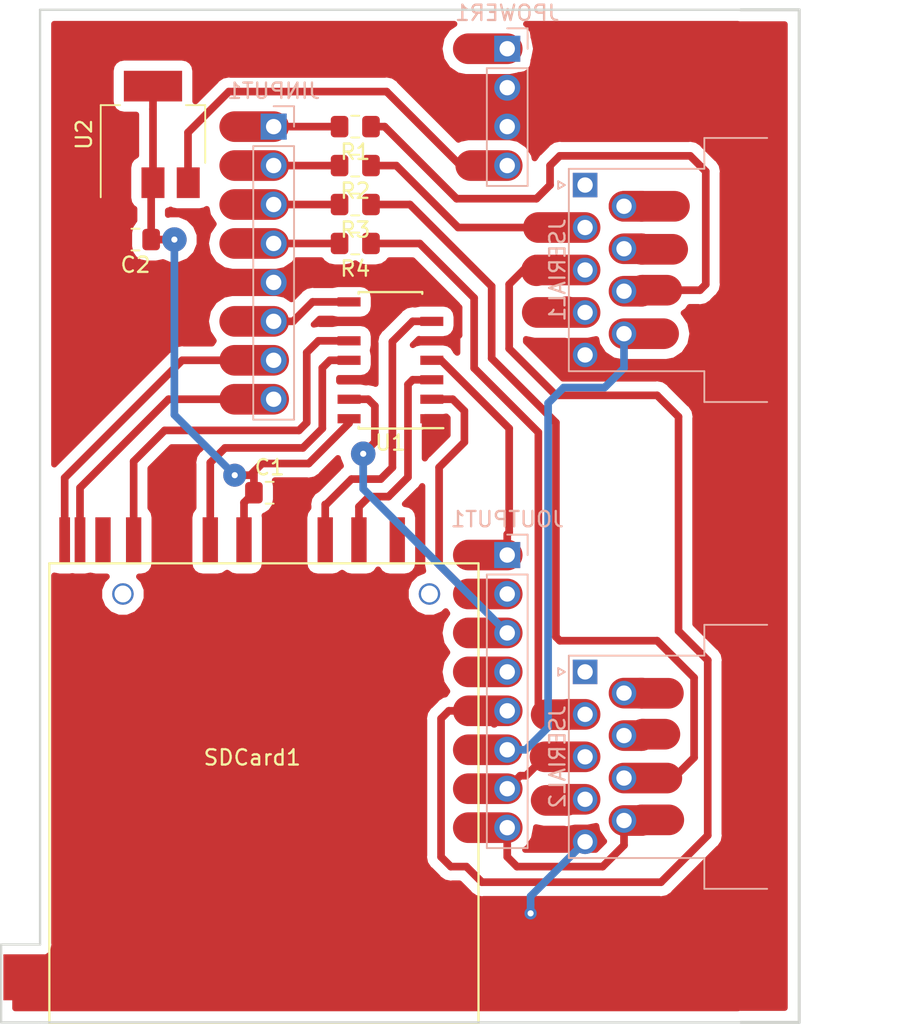
<source format=kicad_pcb>
(kicad_pcb (version 20171130) (host pcbnew "(5.0.0)")

  (general
    (thickness 1.6)
    (drawings 9)
    (tracks 217)
    (zones 0)
    (modules 14)
    (nets 38)
  )

  (page A4)
  (layers
    (0 F.Cu signal hide)
    (31 B.Cu signal)
    (32 B.Adhes user)
    (33 F.Adhes user)
    (34 B.Paste user)
    (35 F.Paste user)
    (36 B.SilkS user)
    (37 F.SilkS user)
    (38 B.Mask user)
    (39 F.Mask user)
    (40 Dwgs.User user)
    (41 Cmts.User user)
    (42 Eco1.User user)
    (43 Eco2.User user)
    (44 Edge.Cuts user)
    (45 Margin user)
    (46 B.CrtYd user)
    (47 F.CrtYd user)
    (48 B.Fab user)
    (49 F.Fab user)
  )

  (setup
    (last_trace_width 0.5)
    (user_trace_width 0.5)
    (user_trace_width 1)
    (user_trace_width 2)
    (trace_clearance 0.3)
    (zone_clearance 0.65)
    (zone_45_only no)
    (trace_min 0.2)
    (segment_width 0.2)
    (edge_width 0.15)
    (via_size 0.8)
    (via_drill 0.4)
    (via_min_size 0.4)
    (via_min_drill 0.3)
    (user_via 1 0.8)
    (user_via 2.2 1)
    (uvia_size 0.3)
    (uvia_drill 0.1)
    (uvias_allowed no)
    (uvia_min_size 0.2)
    (uvia_min_drill 0.1)
    (pcb_text_width 0.3)
    (pcb_text_size 1.5 1.5)
    (mod_edge_width 0.15)
    (mod_text_size 1 1)
    (mod_text_width 0.15)
    (pad_size 1.524 1.524)
    (pad_drill 0.762)
    (pad_to_mask_clearance 0.2)
    (aux_axis_origin 0 0)
    (visible_elements 7FFFFFFF)
    (pcbplotparams
      (layerselection 0x010fc_ffffffff)
      (usegerberextensions false)
      (usegerberattributes false)
      (usegerberadvancedattributes false)
      (creategerberjobfile false)
      (excludeedgelayer true)
      (linewidth 0.100000)
      (plotframeref false)
      (viasonmask false)
      (mode 1)
      (useauxorigin false)
      (hpglpennumber 1)
      (hpglpenspeed 20)
      (hpglpendiameter 15.000000)
      (psnegative false)
      (psa4output false)
      (plotreference true)
      (plotvalue true)
      (plotinvisibletext false)
      (padsonsilk false)
      (subtractmaskfromsilk false)
      (outputformat 1)
      (mirror false)
      (drillshape 1)
      (scaleselection 1)
      (outputdirectory ""))
  )

  (net 0 "")
  (net 1 +3V3)
  (net 2 GND)
  (net 3 +5V)
  (net 4 /MISO)
  (net 5 /SCK)
  (net 6 /MOSI)
  (net 7 "Net-(SDCard1-Pad9)")
  (net 8 "Net-(SDCard1-Pad1)")
  (net 9 "Net-(SDCard1-Pad2)")
  (net 10 "Net-(SDCard1-Pad5)")
  (net 11 "Net-(SDCard1-Pad7)")
  (net 12 "Net-(SDCard1-Pad8)")
  (net 13 /CTS1)
  (net 14 /RXD1)
  (net 15 /CTS2)
  (net 16 /RXD2)
  (net 17 /CARD_DETECT)
  (net 18 /WRITE_PROTECT)
  (net 19 /CS)
  (net 20 /TXD2)
  (net 21 /RTS2)
  (net 22 /TXD1)
  (net 23 /RTS1)
  (net 24 "Net-(JPOWER1-Pad1)")
  (net 25 "Net-(JSERIAL1-Pad1)")
  (net 26 "Net-(JSERIAL1-Pad2)")
  (net 27 "Net-(JSERIAL1-Pad4)")
  (net 28 "Net-(JSERIAL1-Pad6)")
  (net 29 "Net-(JSERIAL1-Pad7)")
  (net 30 "Net-(JSERIAL1-Pad8)")
  (net 31 "Net-(JSERIAL2-Pad8)")
  (net 32 "Net-(JSERIAL2-Pad7)")
  (net 33 "Net-(JSERIAL2-Pad6)")
  (net 34 "Net-(JSERIAL2-Pad4)")
  (net 35 "Net-(JSERIAL2-Pad2)")
  (net 36 "Net-(JSERIAL2-Pad1)")
  (net 37 "Net-(JOUTPUT1-Pad4)")

  (net_class Default "Dies ist die voreingestellte Netzklasse."
    (clearance 0.3)
    (trace_width 0.25)
    (via_dia 0.8)
    (via_drill 0.4)
    (uvia_dia 0.3)
    (uvia_drill 0.1)
    (add_net +3V3)
    (add_net +5V)
    (add_net /CARD_DETECT)
    (add_net /CS)
    (add_net /CTS1)
    (add_net /CTS2)
    (add_net /MISO)
    (add_net /MOSI)
    (add_net /RTS1)
    (add_net /RTS2)
    (add_net /RXD1)
    (add_net /RXD2)
    (add_net /SCK)
    (add_net /TXD1)
    (add_net /TXD2)
    (add_net /WRITE_PROTECT)
    (add_net GND)
    (add_net "Net-(JOUTPUT1-Pad4)")
    (add_net "Net-(JPOWER1-Pad1)")
    (add_net "Net-(JSERIAL1-Pad1)")
    (add_net "Net-(JSERIAL1-Pad2)")
    (add_net "Net-(JSERIAL1-Pad4)")
    (add_net "Net-(JSERIAL1-Pad6)")
    (add_net "Net-(JSERIAL1-Pad7)")
    (add_net "Net-(JSERIAL1-Pad8)")
    (add_net "Net-(JSERIAL2-Pad1)")
    (add_net "Net-(JSERIAL2-Pad2)")
    (add_net "Net-(JSERIAL2-Pad4)")
    (add_net "Net-(JSERIAL2-Pad6)")
    (add_net "Net-(JSERIAL2-Pad7)")
    (add_net "Net-(JSERIAL2-Pad8)")
    (add_net "Net-(SDCard1-Pad1)")
    (add_net "Net-(SDCard1-Pad2)")
    (add_net "Net-(SDCard1-Pad5)")
    (add_net "Net-(SDCard1-Pad7)")
    (add_net "Net-(SDCard1-Pad8)")
    (add_net "Net-(SDCard1-Pad9)")
  )

  (module Connector_Dsub:DSUB-9_Male_Horizontal_P2.77x2.54mm_EdgePinOffset9.40mm (layer B.Cu) (tedit 59FEDEE2) (tstamp 607A5770)
    (at 132.08 67.31 270)
    (descr "9-pin D-Sub connector, horizontal/angled (90 deg), THT-mount, male, pitch 2.77x2.54mm, pin-PCB-offset 9.4mm, see http://docs-europe.electrocomponents.com/webdocs/1585/0900766b81585df2.pdf")
    (tags "9-pin D-Sub connector horizontal angled 90deg THT male pitch 2.77x2.54mm pin-PCB-offset 9.4mm")
    (path /60641CA8)
    (fp_text reference JSERIAL1 (at 5.54 1.8 270) (layer B.SilkS)
      (effects (font (size 1 1) (thickness 0.15)) (justify mirror))
    )
    (fp_text value DB9_Male (at 5.54 -19.84 270) (layer B.Fab)
      (effects (font (size 1 1) (thickness 0.15)) (justify mirror))
    )
    (fp_line (start -0.1 0) (end -0.1 -7.84) (layer B.Fab) (width 0.1))
    (fp_line (start 0 0) (end 0 -7.84) (layer B.Fab) (width 0.1))
    (fp_line (start 0.1 0) (end 0.1 -7.84) (layer B.Fab) (width 0.1))
    (fp_line (start 2.67 0) (end 2.67 -7.84) (layer B.Fab) (width 0.1))
    (fp_line (start 2.77 0) (end 2.77 -7.84) (layer B.Fab) (width 0.1))
    (fp_line (start 2.87 0) (end 2.87 -7.84) (layer B.Fab) (width 0.1))
    (fp_line (start 5.44 0) (end 5.44 -7.84) (layer B.Fab) (width 0.1))
    (fp_line (start 5.54 0) (end 5.54 -7.84) (layer B.Fab) (width 0.1))
    (fp_line (start 5.64 0) (end 5.64 -7.84) (layer B.Fab) (width 0.1))
    (fp_line (start 8.21 0) (end 8.21 -7.84) (layer B.Fab) (width 0.1))
    (fp_line (start 8.31 0) (end 8.31 -7.84) (layer B.Fab) (width 0.1))
    (fp_line (start 8.41 0) (end 8.41 -7.84) (layer B.Fab) (width 0.1))
    (fp_line (start 10.98 0) (end 10.98 -7.84) (layer B.Fab) (width 0.1))
    (fp_line (start 11.08 0) (end 11.08 -7.84) (layer B.Fab) (width 0.1))
    (fp_line (start 11.18 0) (end 11.18 -7.84) (layer B.Fab) (width 0.1))
    (fp_line (start 1.285 -2.54) (end 1.285 -7.84) (layer B.Fab) (width 0.1))
    (fp_line (start 1.385 -2.54) (end 1.385 -7.84) (layer B.Fab) (width 0.1))
    (fp_line (start 1.485 -2.54) (end 1.485 -7.84) (layer B.Fab) (width 0.1))
    (fp_line (start 4.055 -2.54) (end 4.055 -7.84) (layer B.Fab) (width 0.1))
    (fp_line (start 4.155 -2.54) (end 4.155 -7.84) (layer B.Fab) (width 0.1))
    (fp_line (start 4.255 -2.54) (end 4.255 -7.84) (layer B.Fab) (width 0.1))
    (fp_line (start 6.825 -2.54) (end 6.825 -7.84) (layer B.Fab) (width 0.1))
    (fp_line (start 6.925 -2.54) (end 6.925 -7.84) (layer B.Fab) (width 0.1))
    (fp_line (start 7.025 -2.54) (end 7.025 -7.84) (layer B.Fab) (width 0.1))
    (fp_line (start 9.595 -2.54) (end 9.595 -7.84) (layer B.Fab) (width 0.1))
    (fp_line (start 9.695 -2.54) (end 9.695 -7.84) (layer B.Fab) (width 0.1))
    (fp_line (start 9.795 -2.54) (end 9.795 -7.84) (layer B.Fab) (width 0.1))
    (fp_line (start -3.01 -7.84) (end -3.01 -11.94) (layer B.Fab) (width 0.1))
    (fp_line (start -3.01 -11.94) (end 14.09 -11.94) (layer B.Fab) (width 0.1))
    (fp_line (start 14.09 -11.94) (end 14.09 -7.84) (layer B.Fab) (width 0.1))
    (fp_line (start 14.09 -7.84) (end -3.01 -7.84) (layer B.Fab) (width 0.1))
    (fp_line (start -9.885 -11.94) (end -9.885 -12.34) (layer B.Fab) (width 0.1))
    (fp_line (start -9.885 -12.34) (end 20.965 -12.34) (layer B.Fab) (width 0.1))
    (fp_line (start 20.965 -12.34) (end 20.965 -11.94) (layer B.Fab) (width 0.1))
    (fp_line (start 20.965 -11.94) (end -9.885 -11.94) (layer B.Fab) (width 0.1))
    (fp_line (start -2.61 -12.34) (end -2.61 -18.34) (layer B.Fab) (width 0.1))
    (fp_line (start -2.61 -18.34) (end 13.69 -18.34) (layer B.Fab) (width 0.1))
    (fp_line (start 13.69 -18.34) (end 13.69 -12.34) (layer B.Fab) (width 0.1))
    (fp_line (start 13.69 -12.34) (end -2.61 -12.34) (layer B.Fab) (width 0.1))
    (fp_line (start -3.07 -11.88) (end -3.07 -7.78) (layer B.SilkS) (width 0.12))
    (fp_line (start -3.07 -7.78) (end -1.06 -7.78) (layer B.SilkS) (width 0.12))
    (fp_line (start -1.06 -7.78) (end -1.06 1.06) (layer B.SilkS) (width 0.12))
    (fp_line (start -1.06 1.06) (end 12.14 1.06) (layer B.SilkS) (width 0.12))
    (fp_line (start 12.14 1.06) (end 12.14 -7.78) (layer B.SilkS) (width 0.12))
    (fp_line (start 12.14 -7.78) (end 14.15 -7.78) (layer B.SilkS) (width 0.12))
    (fp_line (start 14.15 -7.78) (end 14.15 -11.88) (layer B.SilkS) (width 0.12))
    (fp_line (start -0.25 1.754338) (end 0.25 1.754338) (layer B.SilkS) (width 0.12))
    (fp_line (start 0.25 1.754338) (end 0 1.321325) (layer B.SilkS) (width 0.12))
    (fp_line (start 0 1.321325) (end -0.25 1.754338) (layer B.SilkS) (width 0.12))
    (fp_line (start -3.15 -18.85) (end -3.15 -12.85) (layer B.CrtYd) (width 0.05))
    (fp_line (start -3.15 -12.85) (end -10.4 -12.85) (layer B.CrtYd) (width 0.05))
    (fp_line (start -10.4 -12.85) (end -10.4 -11.45) (layer B.CrtYd) (width 0.05))
    (fp_line (start -10.4 -11.45) (end -3.55 -11.45) (layer B.CrtYd) (width 0.05))
    (fp_line (start -3.55 -11.45) (end -3.55 -7.35) (layer B.CrtYd) (width 0.05))
    (fp_line (start -3.55 -7.35) (end -1.3 -7.35) (layer B.CrtYd) (width 0.05))
    (fp_line (start -1.3 -7.35) (end -1.3 1.35) (layer B.CrtYd) (width 0.05))
    (fp_line (start -1.3 1.35) (end 12.4 1.35) (layer B.CrtYd) (width 0.05))
    (fp_line (start 12.4 1.35) (end 12.4 -7.35) (layer B.CrtYd) (width 0.05))
    (fp_line (start 12.4 -7.35) (end 14.6 -7.35) (layer B.CrtYd) (width 0.05))
    (fp_line (start 14.6 -7.35) (end 14.6 -11.45) (layer B.CrtYd) (width 0.05))
    (fp_line (start 14.6 -11.45) (end 21.5 -11.45) (layer B.CrtYd) (width 0.05))
    (fp_line (start 21.5 -11.45) (end 21.5 -12.85) (layer B.CrtYd) (width 0.05))
    (fp_line (start 21.5 -12.85) (end 14.2 -12.85) (layer B.CrtYd) (width 0.05))
    (fp_line (start 14.2 -12.85) (end 14.2 -18.85) (layer B.CrtYd) (width 0.05))
    (fp_line (start 14.2 -18.85) (end -3.15 -18.85) (layer B.CrtYd) (width 0.05))
    (fp_text user %R (at 5.54 -15.34 270) (layer B.Fab)
      (effects (font (size 1 1) (thickness 0.15)) (justify mirror))
    )
    (pad 1 thru_hole rect (at 0 0 270) (size 1.6 1.6) (drill 1) (layers *.Cu *.Mask)
      (net 25 "Net-(JSERIAL1-Pad1)"))
    (pad 2 thru_hole circle (at 2.77 0 270) (size 1.6 1.6) (drill 1) (layers *.Cu *.Mask)
      (net 26 "Net-(JSERIAL1-Pad2)"))
    (pad 3 thru_hole circle (at 5.54 0 270) (size 1.6 1.6) (drill 1) (layers *.Cu *.Mask)
      (net 22 /TXD1))
    (pad 4 thru_hole circle (at 8.31 0 270) (size 1.6 1.6) (drill 1) (layers *.Cu *.Mask)
      (net 27 "Net-(JSERIAL1-Pad4)"))
    (pad 5 thru_hole circle (at 11.08 0 270) (size 1.6 1.6) (drill 1) (layers *.Cu *.Mask)
      (net 2 GND))
    (pad 6 thru_hole circle (at 1.385 -2.54 270) (size 1.6 1.6) (drill 1) (layers *.Cu *.Mask)
      (net 28 "Net-(JSERIAL1-Pad6)"))
    (pad 7 thru_hole circle (at 4.155 -2.54 270) (size 1.6 1.6) (drill 1) (layers *.Cu *.Mask)
      (net 29 "Net-(JSERIAL1-Pad7)"))
    (pad 8 thru_hole circle (at 6.925 -2.54 270) (size 1.6 1.6) (drill 1) (layers *.Cu *.Mask)
      (net 30 "Net-(JSERIAL1-Pad8)"))
    (pad 9 thru_hole circle (at 9.695 -2.54 270) (size 1.6 1.6) (drill 1) (layers *.Cu *.Mask)
      (net 23 /RTS1))
    (model ${KISYS3DMOD}/Connector_Dsub.3dshapes/DSUB-9_Male_Horizontal_P2.77x2.54mm_EdgePinOffset9.40mm.wrl
      (at (xyz 0 0 0))
      (scale (xyz 1 1 1))
      (rotate (xyz 0 0 0))
    )
  )

  (module ProjectFootprints:sdcardsocket (layer F.Cu) (tedit 606442E0) (tstamp 607A581A)
    (at 111.125 93.98)
    (path /5F535F29)
    (fp_text reference SDCard1 (at -0.762 10.668) (layer F.SilkS)
      (effects (font (size 1 1) (thickness 0.15)))
    )
    (fp_text value SD_Card (at -0.508 8.382) (layer F.Fab)
      (effects (font (size 1 1) (thickness 0.15)))
    )
    (fp_line (start -14 -2) (end 14 -2) (layer F.SilkS) (width 0.15))
    (fp_line (start 14 -2) (end 14 28) (layer F.SilkS) (width 0.15))
    (fp_line (start 14 28) (end -14 28) (layer F.SilkS) (width 0.15))
    (fp_line (start -14 28) (end -14 -2) (layer F.SilkS) (width 0.15))
    (pad "" thru_hole circle (at 10.8 0) (size 1.4 1.4) (drill 1.1) (layers *.Cu *.Mask))
    (pad 9 smd rect (at 8.7 -3.5) (size 1 3) (layers F.Cu F.Paste F.Mask)
      (net 7 "Net-(SDCard1-Pad9)"))
    (pad 1 smd rect (at 6.2 -3.5) (size 1 3) (layers F.Cu F.Paste F.Mask)
      (net 8 "Net-(SDCard1-Pad1)"))
    (pad 2 smd rect (at 4 -3.5) (size 1 3) (layers F.Cu F.Paste F.Mask)
      (net 9 "Net-(SDCard1-Pad2)"))
    (pad 3 smd rect (at 1.5 -3.5) (size 1 3) (layers F.Cu F.Paste F.Mask)
      (net 2 GND))
    (pad 4 smd rect (at -1.3 -3.5) (size 1 3) (layers F.Cu F.Paste F.Mask)
      (net 1 +3V3))
    (pad 5 smd rect (at -3.5 -3.5) (size 1 3) (layers F.Cu F.Paste F.Mask)
      (net 10 "Net-(SDCard1-Pad5)"))
    (pad 6 smd rect (at -6.3 -3.5) (size 1 3) (layers F.Cu F.Paste F.Mask)
      (net 2 GND))
    (pad 7 smd rect (at -8.5 -3.5) (size 1 3) (layers F.Cu F.Paste F.Mask)
      (net 11 "Net-(SDCard1-Pad7)"))
    (pad 8 smd rect (at -10.5 -3.5) (size 1 3) (layers F.Cu F.Paste F.Mask)
      (net 12 "Net-(SDCard1-Pad8)"))
    (pad 10 smd rect (at -12 -3.5) (size 0.7 3) (layers F.Cu F.Paste F.Mask)
      (net 17 /CARD_DETECT))
    (pad "" thru_hole circle (at -9.2 0) (size 1.4 1.4) (drill 1.1) (layers *.Cu *.Mask))
    (pad 11 smd rect (at -13 -3.5) (size 0.7 3) (layers F.Cu F.Paste F.Mask)
      (net 18 /WRITE_PROTECT))
    (pad 12 smd rect (at -15.5 25) (size 3 3) (layers F.Cu F.Paste F.Mask)
      (net 2 GND))
    (pad 13 smd rect (at 15.5 25) (size 3 3) (layers F.Cu F.Paste F.Mask)
      (net 2 GND))
  )

  (module Connector_PinHeader_2.54mm:PinHeader_1x08_P2.54mm_Vertical (layer B.Cu) (tedit 59FED5CC) (tstamp 607A56ED)
    (at 111.76 63.5 180)
    (descr "Through hole straight pin header, 1x08, 2.54mm pitch, single row")
    (tags "Through hole pin header THT 1x08 2.54mm single row")
    (path /60622B52)
    (fp_text reference JINPUT1 (at 0 2.33 180) (layer B.SilkS)
      (effects (font (size 1 1) (thickness 0.15)) (justify mirror))
    )
    (fp_text value Conn_01x08_Male (at 0 -20.11 180) (layer B.Fab)
      (effects (font (size 1 1) (thickness 0.15)) (justify mirror))
    )
    (fp_line (start -0.635 1.27) (end 1.27 1.27) (layer B.Fab) (width 0.1))
    (fp_line (start 1.27 1.27) (end 1.27 -19.05) (layer B.Fab) (width 0.1))
    (fp_line (start 1.27 -19.05) (end -1.27 -19.05) (layer B.Fab) (width 0.1))
    (fp_line (start -1.27 -19.05) (end -1.27 0.635) (layer B.Fab) (width 0.1))
    (fp_line (start -1.27 0.635) (end -0.635 1.27) (layer B.Fab) (width 0.1))
    (fp_line (start -1.33 -19.11) (end 1.33 -19.11) (layer B.SilkS) (width 0.12))
    (fp_line (start -1.33 -1.27) (end -1.33 -19.11) (layer B.SilkS) (width 0.12))
    (fp_line (start 1.33 -1.27) (end 1.33 -19.11) (layer B.SilkS) (width 0.12))
    (fp_line (start -1.33 -1.27) (end 1.33 -1.27) (layer B.SilkS) (width 0.12))
    (fp_line (start -1.33 0) (end -1.33 1.33) (layer B.SilkS) (width 0.12))
    (fp_line (start -1.33 1.33) (end 0 1.33) (layer B.SilkS) (width 0.12))
    (fp_line (start -1.8 1.8) (end -1.8 -19.55) (layer B.CrtYd) (width 0.05))
    (fp_line (start -1.8 -19.55) (end 1.8 -19.55) (layer B.CrtYd) (width 0.05))
    (fp_line (start 1.8 -19.55) (end 1.8 1.8) (layer B.CrtYd) (width 0.05))
    (fp_line (start 1.8 1.8) (end -1.8 1.8) (layer B.CrtYd) (width 0.05))
    (fp_text user %R (at 0 -8.89 90) (layer B.Fab)
      (effects (font (size 1 1) (thickness 0.15)) (justify mirror))
    )
    (pad 1 thru_hole rect (at 0 0 180) (size 1.7 1.7) (drill 1) (layers *.Cu *.Mask)
      (net 14 /RXD1))
    (pad 2 thru_hole oval (at 0 -2.54 180) (size 1.7 1.7) (drill 1) (layers *.Cu *.Mask)
      (net 13 /CTS1))
    (pad 3 thru_hole oval (at 0 -5.08 180) (size 1.7 1.7) (drill 1) (layers *.Cu *.Mask)
      (net 16 /RXD2))
    (pad 4 thru_hole oval (at 0 -7.62 180) (size 1.7 1.7) (drill 1) (layers *.Cu *.Mask)
      (net 15 /CTS2))
    (pad 5 thru_hole oval (at 0 -10.16 180) (size 1.7 1.7) (drill 1) (layers *.Cu *.Mask)
      (net 2 GND))
    (pad 6 thru_hole oval (at 0 -12.7 180) (size 1.7 1.7) (drill 1) (layers *.Cu *.Mask)
      (net 4 /MISO))
    (pad 7 thru_hole oval (at 0 -15.24 180) (size 1.7 1.7) (drill 1) (layers *.Cu *.Mask)
      (net 18 /WRITE_PROTECT))
    (pad 8 thru_hole oval (at 0 -17.78 180) (size 1.7 1.7) (drill 1) (layers *.Cu *.Mask)
      (net 17 /CARD_DETECT))
    (model ${KISYS3DMOD}/Connector_PinHeader_2.54mm.3dshapes/PinHeader_1x08_P2.54mm_Vertical.wrl
      (at (xyz 0 0 0))
      (scale (xyz 1 1 1))
      (rotate (xyz 0 0 0))
    )
  )

  (module Connector_PinHeader_2.54mm:PinHeader_1x08_P2.54mm_Vertical (layer B.Cu) (tedit 59FED5CC) (tstamp 607A5709)
    (at 127 91.44 180)
    (descr "Through hole straight pin header, 1x08, 2.54mm pitch, single row")
    (tags "Through hole pin header THT 1x08 2.54mm single row")
    (path /60623EAD)
    (fp_text reference JOUTPUT1 (at 0 2.33 180) (layer B.SilkS)
      (effects (font (size 1 1) (thickness 0.15)) (justify mirror))
    )
    (fp_text value Conn_01x08_Male (at 0 -20.11 180) (layer B.Fab)
      (effects (font (size 1 1) (thickness 0.15)) (justify mirror))
    )
    (fp_text user %R (at 0 -8.89 90) (layer B.Fab)
      (effects (font (size 1 1) (thickness 0.15)) (justify mirror))
    )
    (fp_line (start 1.8 1.8) (end -1.8 1.8) (layer B.CrtYd) (width 0.05))
    (fp_line (start 1.8 -19.55) (end 1.8 1.8) (layer B.CrtYd) (width 0.05))
    (fp_line (start -1.8 -19.55) (end 1.8 -19.55) (layer B.CrtYd) (width 0.05))
    (fp_line (start -1.8 1.8) (end -1.8 -19.55) (layer B.CrtYd) (width 0.05))
    (fp_line (start -1.33 1.33) (end 0 1.33) (layer B.SilkS) (width 0.12))
    (fp_line (start -1.33 0) (end -1.33 1.33) (layer B.SilkS) (width 0.12))
    (fp_line (start -1.33 -1.27) (end 1.33 -1.27) (layer B.SilkS) (width 0.12))
    (fp_line (start 1.33 -1.27) (end 1.33 -19.11) (layer B.SilkS) (width 0.12))
    (fp_line (start -1.33 -1.27) (end -1.33 -19.11) (layer B.SilkS) (width 0.12))
    (fp_line (start -1.33 -19.11) (end 1.33 -19.11) (layer B.SilkS) (width 0.12))
    (fp_line (start -1.27 0.635) (end -0.635 1.27) (layer B.Fab) (width 0.1))
    (fp_line (start -1.27 -19.05) (end -1.27 0.635) (layer B.Fab) (width 0.1))
    (fp_line (start 1.27 -19.05) (end -1.27 -19.05) (layer B.Fab) (width 0.1))
    (fp_line (start 1.27 1.27) (end 1.27 -19.05) (layer B.Fab) (width 0.1))
    (fp_line (start -0.635 1.27) (end 1.27 1.27) (layer B.Fab) (width 0.1))
    (pad 8 thru_hole oval (at 0 -17.78 180) (size 1.7 1.7) (drill 1) (layers *.Cu *.Mask)
      (net 21 /RTS2))
    (pad 7 thru_hole oval (at 0 -15.24 180) (size 1.7 1.7) (drill 1) (layers *.Cu *.Mask)
      (net 20 /TXD2))
    (pad 6 thru_hole oval (at 0 -12.7 180) (size 1.7 1.7) (drill 1) (layers *.Cu *.Mask)
      (net 23 /RTS1))
    (pad 5 thru_hole oval (at 0 -10.16 180) (size 1.7 1.7) (drill 1) (layers *.Cu *.Mask)
      (net 22 /TXD1))
    (pad 4 thru_hole oval (at 0 -7.62 180) (size 1.7 1.7) (drill 1) (layers *.Cu *.Mask)
      (net 37 "Net-(JOUTPUT1-Pad4)"))
    (pad 3 thru_hole oval (at 0 -5.08 180) (size 1.7 1.7) (drill 1) (layers *.Cu *.Mask)
      (net 5 /SCK))
    (pad 2 thru_hole oval (at 0 -2.54 180) (size 1.7 1.7) (drill 1) (layers *.Cu *.Mask)
      (net 19 /CS))
    (pad 1 thru_hole rect (at 0 0 180) (size 1.7 1.7) (drill 1) (layers *.Cu *.Mask)
      (net 6 /MOSI))
    (model ${KISYS3DMOD}/Connector_PinHeader_2.54mm.3dshapes/PinHeader_1x08_P2.54mm_Vertical.wrl
      (at (xyz 0 0 0))
      (scale (xyz 1 1 1))
      (rotate (xyz 0 0 0))
    )
  )

  (module Connector_PinHeader_2.54mm:PinHeader_1x04_P2.54mm_Vertical (layer B.Cu) (tedit 59FED5CC) (tstamp 607A5721)
    (at 127 58.42 180)
    (descr "Through hole straight pin header, 1x04, 2.54mm pitch, single row")
    (tags "Through hole pin header THT 1x04 2.54mm single row")
    (path /5F5358F6)
    (fp_text reference JPOWER1 (at 0 2.33 180) (layer B.SilkS)
      (effects (font (size 1 1) (thickness 0.15)) (justify mirror))
    )
    (fp_text value Conn_01x04_Male (at 0 -9.95 180) (layer B.Fab)
      (effects (font (size 1 1) (thickness 0.15)) (justify mirror))
    )
    (fp_line (start -0.635 1.27) (end 1.27 1.27) (layer B.Fab) (width 0.1))
    (fp_line (start 1.27 1.27) (end 1.27 -8.89) (layer B.Fab) (width 0.1))
    (fp_line (start 1.27 -8.89) (end -1.27 -8.89) (layer B.Fab) (width 0.1))
    (fp_line (start -1.27 -8.89) (end -1.27 0.635) (layer B.Fab) (width 0.1))
    (fp_line (start -1.27 0.635) (end -0.635 1.27) (layer B.Fab) (width 0.1))
    (fp_line (start -1.33 -8.95) (end 1.33 -8.95) (layer B.SilkS) (width 0.12))
    (fp_line (start -1.33 -1.27) (end -1.33 -8.95) (layer B.SilkS) (width 0.12))
    (fp_line (start 1.33 -1.27) (end 1.33 -8.95) (layer B.SilkS) (width 0.12))
    (fp_line (start -1.33 -1.27) (end 1.33 -1.27) (layer B.SilkS) (width 0.12))
    (fp_line (start -1.33 0) (end -1.33 1.33) (layer B.SilkS) (width 0.12))
    (fp_line (start -1.33 1.33) (end 0 1.33) (layer B.SilkS) (width 0.12))
    (fp_line (start -1.8 1.8) (end -1.8 -9.4) (layer B.CrtYd) (width 0.05))
    (fp_line (start -1.8 -9.4) (end 1.8 -9.4) (layer B.CrtYd) (width 0.05))
    (fp_line (start 1.8 -9.4) (end 1.8 1.8) (layer B.CrtYd) (width 0.05))
    (fp_line (start 1.8 1.8) (end -1.8 1.8) (layer B.CrtYd) (width 0.05))
    (fp_text user %R (at 0 -3.81 90) (layer B.Fab)
      (effects (font (size 1 1) (thickness 0.15)) (justify mirror))
    )
    (pad 1 thru_hole rect (at 0 0 180) (size 1.7 1.7) (drill 1) (layers *.Cu *.Mask)
      (net 24 "Net-(JPOWER1-Pad1)"))
    (pad 2 thru_hole oval (at 0 -2.54 180) (size 1.7 1.7) (drill 1) (layers *.Cu *.Mask)
      (net 2 GND))
    (pad 3 thru_hole oval (at 0 -5.08 180) (size 1.7 1.7) (drill 1) (layers *.Cu *.Mask)
      (net 2 GND))
    (pad 4 thru_hole oval (at 0 -7.62 180) (size 1.7 1.7) (drill 1) (layers *.Cu *.Mask)
      (net 3 +5V))
    (model ${KISYS3DMOD}/Connector_PinHeader_2.54mm.3dshapes/PinHeader_1x04_P2.54mm_Vertical.wrl
      (at (xyz 0 0 0))
      (scale (xyz 1 1 1))
      (rotate (xyz 0 0 0))
    )
  )

  (module Connector_Dsub:DSUB-9_Male_Horizontal_P2.77x2.54mm_EdgePinOffset9.40mm (layer B.Cu) (tedit 59FEDEE2) (tstamp 607A57BF)
    (at 132.08 99.06 270)
    (descr "9-pin D-Sub connector, horizontal/angled (90 deg), THT-mount, male, pitch 2.77x2.54mm, pin-PCB-offset 9.4mm, see http://docs-europe.electrocomponents.com/webdocs/1585/0900766b81585df2.pdf")
    (tags "9-pin D-Sub connector horizontal angled 90deg THT male pitch 2.77x2.54mm pin-PCB-offset 9.4mm")
    (path /606549E8)
    (fp_text reference JSERIAL2 (at 5.54 1.8 270) (layer B.SilkS)
      (effects (font (size 1 1) (thickness 0.15)) (justify mirror))
    )
    (fp_text value DB9_Male (at 5.54 -19.84 270) (layer B.Fab)
      (effects (font (size 1 1) (thickness 0.15)) (justify mirror))
    )
    (fp_text user %R (at 5.54 -15.34 270) (layer B.Fab)
      (effects (font (size 1 1) (thickness 0.15)) (justify mirror))
    )
    (fp_line (start 14.2 -18.85) (end -3.15 -18.85) (layer B.CrtYd) (width 0.05))
    (fp_line (start 14.2 -12.85) (end 14.2 -18.85) (layer B.CrtYd) (width 0.05))
    (fp_line (start 21.5 -12.85) (end 14.2 -12.85) (layer B.CrtYd) (width 0.05))
    (fp_line (start 21.5 -11.45) (end 21.5 -12.85) (layer B.CrtYd) (width 0.05))
    (fp_line (start 14.6 -11.45) (end 21.5 -11.45) (layer B.CrtYd) (width 0.05))
    (fp_line (start 14.6 -7.35) (end 14.6 -11.45) (layer B.CrtYd) (width 0.05))
    (fp_line (start 12.4 -7.35) (end 14.6 -7.35) (layer B.CrtYd) (width 0.05))
    (fp_line (start 12.4 1.35) (end 12.4 -7.35) (layer B.CrtYd) (width 0.05))
    (fp_line (start -1.3 1.35) (end 12.4 1.35) (layer B.CrtYd) (width 0.05))
    (fp_line (start -1.3 -7.35) (end -1.3 1.35) (layer B.CrtYd) (width 0.05))
    (fp_line (start -3.55 -7.35) (end -1.3 -7.35) (layer B.CrtYd) (width 0.05))
    (fp_line (start -3.55 -11.45) (end -3.55 -7.35) (layer B.CrtYd) (width 0.05))
    (fp_line (start -10.4 -11.45) (end -3.55 -11.45) (layer B.CrtYd) (width 0.05))
    (fp_line (start -10.4 -12.85) (end -10.4 -11.45) (layer B.CrtYd) (width 0.05))
    (fp_line (start -3.15 -12.85) (end -10.4 -12.85) (layer B.CrtYd) (width 0.05))
    (fp_line (start -3.15 -18.85) (end -3.15 -12.85) (layer B.CrtYd) (width 0.05))
    (fp_line (start 0 1.321325) (end -0.25 1.754338) (layer B.SilkS) (width 0.12))
    (fp_line (start 0.25 1.754338) (end 0 1.321325) (layer B.SilkS) (width 0.12))
    (fp_line (start -0.25 1.754338) (end 0.25 1.754338) (layer B.SilkS) (width 0.12))
    (fp_line (start 14.15 -7.78) (end 14.15 -11.88) (layer B.SilkS) (width 0.12))
    (fp_line (start 12.14 -7.78) (end 14.15 -7.78) (layer B.SilkS) (width 0.12))
    (fp_line (start 12.14 1.06) (end 12.14 -7.78) (layer B.SilkS) (width 0.12))
    (fp_line (start -1.06 1.06) (end 12.14 1.06) (layer B.SilkS) (width 0.12))
    (fp_line (start -1.06 -7.78) (end -1.06 1.06) (layer B.SilkS) (width 0.12))
    (fp_line (start -3.07 -7.78) (end -1.06 -7.78) (layer B.SilkS) (width 0.12))
    (fp_line (start -3.07 -11.88) (end -3.07 -7.78) (layer B.SilkS) (width 0.12))
    (fp_line (start 13.69 -12.34) (end -2.61 -12.34) (layer B.Fab) (width 0.1))
    (fp_line (start 13.69 -18.34) (end 13.69 -12.34) (layer B.Fab) (width 0.1))
    (fp_line (start -2.61 -18.34) (end 13.69 -18.34) (layer B.Fab) (width 0.1))
    (fp_line (start -2.61 -12.34) (end -2.61 -18.34) (layer B.Fab) (width 0.1))
    (fp_line (start 20.965 -11.94) (end -9.885 -11.94) (layer B.Fab) (width 0.1))
    (fp_line (start 20.965 -12.34) (end 20.965 -11.94) (layer B.Fab) (width 0.1))
    (fp_line (start -9.885 -12.34) (end 20.965 -12.34) (layer B.Fab) (width 0.1))
    (fp_line (start -9.885 -11.94) (end -9.885 -12.34) (layer B.Fab) (width 0.1))
    (fp_line (start 14.09 -7.84) (end -3.01 -7.84) (layer B.Fab) (width 0.1))
    (fp_line (start 14.09 -11.94) (end 14.09 -7.84) (layer B.Fab) (width 0.1))
    (fp_line (start -3.01 -11.94) (end 14.09 -11.94) (layer B.Fab) (width 0.1))
    (fp_line (start -3.01 -7.84) (end -3.01 -11.94) (layer B.Fab) (width 0.1))
    (fp_line (start 9.795 -2.54) (end 9.795 -7.84) (layer B.Fab) (width 0.1))
    (fp_line (start 9.695 -2.54) (end 9.695 -7.84) (layer B.Fab) (width 0.1))
    (fp_line (start 9.595 -2.54) (end 9.595 -7.84) (layer B.Fab) (width 0.1))
    (fp_line (start 7.025 -2.54) (end 7.025 -7.84) (layer B.Fab) (width 0.1))
    (fp_line (start 6.925 -2.54) (end 6.925 -7.84) (layer B.Fab) (width 0.1))
    (fp_line (start 6.825 -2.54) (end 6.825 -7.84) (layer B.Fab) (width 0.1))
    (fp_line (start 4.255 -2.54) (end 4.255 -7.84) (layer B.Fab) (width 0.1))
    (fp_line (start 4.155 -2.54) (end 4.155 -7.84) (layer B.Fab) (width 0.1))
    (fp_line (start 4.055 -2.54) (end 4.055 -7.84) (layer B.Fab) (width 0.1))
    (fp_line (start 1.485 -2.54) (end 1.485 -7.84) (layer B.Fab) (width 0.1))
    (fp_line (start 1.385 -2.54) (end 1.385 -7.84) (layer B.Fab) (width 0.1))
    (fp_line (start 1.285 -2.54) (end 1.285 -7.84) (layer B.Fab) (width 0.1))
    (fp_line (start 11.18 0) (end 11.18 -7.84) (layer B.Fab) (width 0.1))
    (fp_line (start 11.08 0) (end 11.08 -7.84) (layer B.Fab) (width 0.1))
    (fp_line (start 10.98 0) (end 10.98 -7.84) (layer B.Fab) (width 0.1))
    (fp_line (start 8.41 0) (end 8.41 -7.84) (layer B.Fab) (width 0.1))
    (fp_line (start 8.31 0) (end 8.31 -7.84) (layer B.Fab) (width 0.1))
    (fp_line (start 8.21 0) (end 8.21 -7.84) (layer B.Fab) (width 0.1))
    (fp_line (start 5.64 0) (end 5.64 -7.84) (layer B.Fab) (width 0.1))
    (fp_line (start 5.54 0) (end 5.54 -7.84) (layer B.Fab) (width 0.1))
    (fp_line (start 5.44 0) (end 5.44 -7.84) (layer B.Fab) (width 0.1))
    (fp_line (start 2.87 0) (end 2.87 -7.84) (layer B.Fab) (width 0.1))
    (fp_line (start 2.77 0) (end 2.77 -7.84) (layer B.Fab) (width 0.1))
    (fp_line (start 2.67 0) (end 2.67 -7.84) (layer B.Fab) (width 0.1))
    (fp_line (start 0.1 0) (end 0.1 -7.84) (layer B.Fab) (width 0.1))
    (fp_line (start 0 0) (end 0 -7.84) (layer B.Fab) (width 0.1))
    (fp_line (start -0.1 0) (end -0.1 -7.84) (layer B.Fab) (width 0.1))
    (pad 9 thru_hole circle (at 9.695 -2.54 270) (size 1.6 1.6) (drill 1) (layers *.Cu *.Mask)
      (net 21 /RTS2))
    (pad 8 thru_hole circle (at 6.925 -2.54 270) (size 1.6 1.6) (drill 1) (layers *.Cu *.Mask)
      (net 31 "Net-(JSERIAL2-Pad8)"))
    (pad 7 thru_hole circle (at 4.155 -2.54 270) (size 1.6 1.6) (drill 1) (layers *.Cu *.Mask)
      (net 32 "Net-(JSERIAL2-Pad7)"))
    (pad 6 thru_hole circle (at 1.385 -2.54 270) (size 1.6 1.6) (drill 1) (layers *.Cu *.Mask)
      (net 33 "Net-(JSERIAL2-Pad6)"))
    (pad 5 thru_hole circle (at 11.08 0 270) (size 1.6 1.6) (drill 1) (layers *.Cu *.Mask)
      (net 2 GND))
    (pad 4 thru_hole circle (at 8.31 0 270) (size 1.6 1.6) (drill 1) (layers *.Cu *.Mask)
      (net 34 "Net-(JSERIAL2-Pad4)"))
    (pad 3 thru_hole circle (at 5.54 0 270) (size 1.6 1.6) (drill 1) (layers *.Cu *.Mask)
      (net 20 /TXD2))
    (pad 2 thru_hole circle (at 2.77 0 270) (size 1.6 1.6) (drill 1) (layers *.Cu *.Mask)
      (net 35 "Net-(JSERIAL2-Pad2)"))
    (pad 1 thru_hole rect (at 0 0 270) (size 1.6 1.6) (drill 1) (layers *.Cu *.Mask)
      (net 36 "Net-(JSERIAL2-Pad1)"))
    (model ${KISYS3DMOD}/Connector_Dsub.3dshapes/DSUB-9_Male_Horizontal_P2.77x2.54mm_EdgePinOffset9.40mm.wrl
      (at (xyz 0 0 0))
      (scale (xyz 1 1 1))
      (rotate (xyz 0 0 0))
    )
  )

  (module Resistor_SMD:R_0805_2012Metric_Pad1.15x1.40mm_HandSolder (layer F.Cu) (tedit 5B36C52B) (tstamp 607A57D0)
    (at 117.085 63.5 180)
    (descr "Resistor SMD 0805 (2012 Metric), square (rectangular) end terminal, IPC_7351 nominal with elongated pad for handsoldering. (Body size source: https://docs.google.com/spreadsheets/d/1BsfQQcO9C6DZCsRaXUlFlo91Tg2WpOkGARC1WS5S8t0/edit?usp=sharing), generated with kicad-footprint-generator")
    (tags "resistor handsolder")
    (path /60644BD1)
    (attr smd)
    (fp_text reference R1 (at 0 -1.65 180) (layer F.SilkS)
      (effects (font (size 1 1) (thickness 0.15)))
    )
    (fp_text value 330 (at 0 1.65 180) (layer F.Fab)
      (effects (font (size 1 1) (thickness 0.15)))
    )
    (fp_text user %R (at 0 0 180) (layer F.Fab)
      (effects (font (size 0.5 0.5) (thickness 0.08)))
    )
    (fp_line (start 1.85 0.95) (end -1.85 0.95) (layer F.CrtYd) (width 0.05))
    (fp_line (start 1.85 -0.95) (end 1.85 0.95) (layer F.CrtYd) (width 0.05))
    (fp_line (start -1.85 -0.95) (end 1.85 -0.95) (layer F.CrtYd) (width 0.05))
    (fp_line (start -1.85 0.95) (end -1.85 -0.95) (layer F.CrtYd) (width 0.05))
    (fp_line (start -0.261252 0.71) (end 0.261252 0.71) (layer F.SilkS) (width 0.12))
    (fp_line (start -0.261252 -0.71) (end 0.261252 -0.71) (layer F.SilkS) (width 0.12))
    (fp_line (start 1 0.6) (end -1 0.6) (layer F.Fab) (width 0.1))
    (fp_line (start 1 -0.6) (end 1 0.6) (layer F.Fab) (width 0.1))
    (fp_line (start -1 -0.6) (end 1 -0.6) (layer F.Fab) (width 0.1))
    (fp_line (start -1 0.6) (end -1 -0.6) (layer F.Fab) (width 0.1))
    (pad 2 smd roundrect (at 1.025 0 180) (size 1.15 1.4) (layers F.Cu F.Paste F.Mask) (roundrect_rratio 0.217391)
      (net 14 /RXD1))
    (pad 1 smd roundrect (at -1.025 0 180) (size 1.15 1.4) (layers F.Cu F.Paste F.Mask) (roundrect_rratio 0.217391)
      (net 30 "Net-(JSERIAL1-Pad8)"))
    (model ${KISYS3DMOD}/Resistor_SMD.3dshapes/R_0805_2012Metric.wrl
      (at (xyz 0 0 0))
      (scale (xyz 1 1 1))
      (rotate (xyz 0 0 0))
    )
  )

  (module Resistor_SMD:R_0805_2012Metric_Pad1.15x1.40mm_HandSolder (layer F.Cu) (tedit 5B36C52B) (tstamp 607A57E1)
    (at 117.085 66.04 180)
    (descr "Resistor SMD 0805 (2012 Metric), square (rectangular) end terminal, IPC_7351 nominal with elongated pad for handsoldering. (Body size source: https://docs.google.com/spreadsheets/d/1BsfQQcO9C6DZCsRaXUlFlo91Tg2WpOkGARC1WS5S8t0/edit?usp=sharing), generated with kicad-footprint-generator")
    (tags "resistor handsolder")
    (path /60644B75)
    (attr smd)
    (fp_text reference R2 (at 0 -1.65 180) (layer F.SilkS)
      (effects (font (size 1 1) (thickness 0.15)))
    )
    (fp_text value 330 (at 0 1.65 180) (layer F.Fab)
      (effects (font (size 1 1) (thickness 0.15)))
    )
    (fp_line (start -1 0.6) (end -1 -0.6) (layer F.Fab) (width 0.1))
    (fp_line (start -1 -0.6) (end 1 -0.6) (layer F.Fab) (width 0.1))
    (fp_line (start 1 -0.6) (end 1 0.6) (layer F.Fab) (width 0.1))
    (fp_line (start 1 0.6) (end -1 0.6) (layer F.Fab) (width 0.1))
    (fp_line (start -0.261252 -0.71) (end 0.261252 -0.71) (layer F.SilkS) (width 0.12))
    (fp_line (start -0.261252 0.71) (end 0.261252 0.71) (layer F.SilkS) (width 0.12))
    (fp_line (start -1.85 0.95) (end -1.85 -0.95) (layer F.CrtYd) (width 0.05))
    (fp_line (start -1.85 -0.95) (end 1.85 -0.95) (layer F.CrtYd) (width 0.05))
    (fp_line (start 1.85 -0.95) (end 1.85 0.95) (layer F.CrtYd) (width 0.05))
    (fp_line (start 1.85 0.95) (end -1.85 0.95) (layer F.CrtYd) (width 0.05))
    (fp_text user %R (at 0 0 180) (layer F.Fab)
      (effects (font (size 0.5 0.5) (thickness 0.08)))
    )
    (pad 1 smd roundrect (at -1.025 0 180) (size 1.15 1.4) (layers F.Cu F.Paste F.Mask) (roundrect_rratio 0.217391)
      (net 26 "Net-(JSERIAL1-Pad2)"))
    (pad 2 smd roundrect (at 1.025 0 180) (size 1.15 1.4) (layers F.Cu F.Paste F.Mask) (roundrect_rratio 0.217391)
      (net 13 /CTS1))
    (model ${KISYS3DMOD}/Resistor_SMD.3dshapes/R_0805_2012Metric.wrl
      (at (xyz 0 0 0))
      (scale (xyz 1 1 1))
      (rotate (xyz 0 0 0))
    )
  )

  (module Resistor_SMD:R_0805_2012Metric_Pad1.15x1.40mm_HandSolder (layer F.Cu) (tedit 5B36C52B) (tstamp 607A57F2)
    (at 117.085 68.58 180)
    (descr "Resistor SMD 0805 (2012 Metric), square (rectangular) end terminal, IPC_7351 nominal with elongated pad for handsoldering. (Body size source: https://docs.google.com/spreadsheets/d/1BsfQQcO9C6DZCsRaXUlFlo91Tg2WpOkGARC1WS5S8t0/edit?usp=sharing), generated with kicad-footprint-generator")
    (tags "resistor handsolder")
    (path /606549F4)
    (attr smd)
    (fp_text reference R3 (at 0 -1.65 180) (layer F.SilkS)
      (effects (font (size 1 1) (thickness 0.15)))
    )
    (fp_text value 330 (at 0 1.65 180) (layer F.Fab)
      (effects (font (size 1 1) (thickness 0.15)))
    )
    (fp_text user %R (at 0 0 180) (layer F.Fab)
      (effects (font (size 0.5 0.5) (thickness 0.08)))
    )
    (fp_line (start 1.85 0.95) (end -1.85 0.95) (layer F.CrtYd) (width 0.05))
    (fp_line (start 1.85 -0.95) (end 1.85 0.95) (layer F.CrtYd) (width 0.05))
    (fp_line (start -1.85 -0.95) (end 1.85 -0.95) (layer F.CrtYd) (width 0.05))
    (fp_line (start -1.85 0.95) (end -1.85 -0.95) (layer F.CrtYd) (width 0.05))
    (fp_line (start -0.261252 0.71) (end 0.261252 0.71) (layer F.SilkS) (width 0.12))
    (fp_line (start -0.261252 -0.71) (end 0.261252 -0.71) (layer F.SilkS) (width 0.12))
    (fp_line (start 1 0.6) (end -1 0.6) (layer F.Fab) (width 0.1))
    (fp_line (start 1 -0.6) (end 1 0.6) (layer F.Fab) (width 0.1))
    (fp_line (start -1 -0.6) (end 1 -0.6) (layer F.Fab) (width 0.1))
    (fp_line (start -1 0.6) (end -1 -0.6) (layer F.Fab) (width 0.1))
    (pad 2 smd roundrect (at 1.025 0 180) (size 1.15 1.4) (layers F.Cu F.Paste F.Mask) (roundrect_rratio 0.217391)
      (net 16 /RXD2))
    (pad 1 smd roundrect (at -1.025 0 180) (size 1.15 1.4) (layers F.Cu F.Paste F.Mask) (roundrect_rratio 0.217391)
      (net 31 "Net-(JSERIAL2-Pad8)"))
    (model ${KISYS3DMOD}/Resistor_SMD.3dshapes/R_0805_2012Metric.wrl
      (at (xyz 0 0 0))
      (scale (xyz 1 1 1))
      (rotate (xyz 0 0 0))
    )
  )

  (module Resistor_SMD:R_0805_2012Metric_Pad1.15x1.40mm_HandSolder (layer F.Cu) (tedit 5B36C52B) (tstamp 607A5803)
    (at 117.085 71.12 180)
    (descr "Resistor SMD 0805 (2012 Metric), square (rectangular) end terminal, IPC_7351 nominal with elongated pad for handsoldering. (Body size source: https://docs.google.com/spreadsheets/d/1BsfQQcO9C6DZCsRaXUlFlo91Tg2WpOkGARC1WS5S8t0/edit?usp=sharing), generated with kicad-footprint-generator")
    (tags "resistor handsolder")
    (path /606549EE)
    (attr smd)
    (fp_text reference R4 (at 0 -1.65 180) (layer F.SilkS)
      (effects (font (size 1 1) (thickness 0.15)))
    )
    (fp_text value 330 (at 0 1.65 180) (layer F.Fab)
      (effects (font (size 1 1) (thickness 0.15)))
    )
    (fp_line (start -1 0.6) (end -1 -0.6) (layer F.Fab) (width 0.1))
    (fp_line (start -1 -0.6) (end 1 -0.6) (layer F.Fab) (width 0.1))
    (fp_line (start 1 -0.6) (end 1 0.6) (layer F.Fab) (width 0.1))
    (fp_line (start 1 0.6) (end -1 0.6) (layer F.Fab) (width 0.1))
    (fp_line (start -0.261252 -0.71) (end 0.261252 -0.71) (layer F.SilkS) (width 0.12))
    (fp_line (start -0.261252 0.71) (end 0.261252 0.71) (layer F.SilkS) (width 0.12))
    (fp_line (start -1.85 0.95) (end -1.85 -0.95) (layer F.CrtYd) (width 0.05))
    (fp_line (start -1.85 -0.95) (end 1.85 -0.95) (layer F.CrtYd) (width 0.05))
    (fp_line (start 1.85 -0.95) (end 1.85 0.95) (layer F.CrtYd) (width 0.05))
    (fp_line (start 1.85 0.95) (end -1.85 0.95) (layer F.CrtYd) (width 0.05))
    (fp_text user %R (at 0 0 180) (layer F.Fab)
      (effects (font (size 0.5 0.5) (thickness 0.08)))
    )
    (pad 1 smd roundrect (at -1.025 0 180) (size 1.15 1.4) (layers F.Cu F.Paste F.Mask) (roundrect_rratio 0.217391)
      (net 35 "Net-(JSERIAL2-Pad2)"))
    (pad 2 smd roundrect (at 1.025 0 180) (size 1.15 1.4) (layers F.Cu F.Paste F.Mask) (roundrect_rratio 0.217391)
      (net 15 /CTS2))
    (model ${KISYS3DMOD}/Resistor_SMD.3dshapes/R_0805_2012Metric.wrl
      (at (xyz 0 0 0))
      (scale (xyz 1 1 1))
      (rotate (xyz 0 0 0))
    )
  )

  (module Package_SO:SOIC-14_3.9x8.7mm_P1.27mm (layer F.Cu) (tedit 5A02F2D3) (tstamp 607A70CE)
    (at 119.38 78.74 180)
    (descr "14-Lead Plastic Small Outline (SL) - Narrow, 3.90 mm Body [SOIC] (see Microchip Packaging Specification 00000049BS.pdf)")
    (tags "SOIC 1.27")
    (path /60624267)
    (attr smd)
    (fp_text reference U1 (at 0 -5.375 180) (layer F.SilkS)
      (effects (font (size 1 1) (thickness 0.15)))
    )
    (fp_text value 74LVC86 (at 0 5.375 180) (layer F.Fab)
      (effects (font (size 1 1) (thickness 0.15)))
    )
    (fp_text user %R (at 0 0 180) (layer F.Fab)
      (effects (font (size 0.9 0.9) (thickness 0.135)))
    )
    (fp_line (start -0.95 -4.35) (end 1.95 -4.35) (layer F.Fab) (width 0.15))
    (fp_line (start 1.95 -4.35) (end 1.95 4.35) (layer F.Fab) (width 0.15))
    (fp_line (start 1.95 4.35) (end -1.95 4.35) (layer F.Fab) (width 0.15))
    (fp_line (start -1.95 4.35) (end -1.95 -3.35) (layer F.Fab) (width 0.15))
    (fp_line (start -1.95 -3.35) (end -0.95 -4.35) (layer F.Fab) (width 0.15))
    (fp_line (start -3.7 -4.65) (end -3.7 4.65) (layer F.CrtYd) (width 0.05))
    (fp_line (start 3.7 -4.65) (end 3.7 4.65) (layer F.CrtYd) (width 0.05))
    (fp_line (start -3.7 -4.65) (end 3.7 -4.65) (layer F.CrtYd) (width 0.05))
    (fp_line (start -3.7 4.65) (end 3.7 4.65) (layer F.CrtYd) (width 0.05))
    (fp_line (start -2.075 -4.45) (end -2.075 -4.425) (layer F.SilkS) (width 0.15))
    (fp_line (start 2.075 -4.45) (end 2.075 -4.335) (layer F.SilkS) (width 0.15))
    (fp_line (start 2.075 4.45) (end 2.075 4.335) (layer F.SilkS) (width 0.15))
    (fp_line (start -2.075 4.45) (end -2.075 4.335) (layer F.SilkS) (width 0.15))
    (fp_line (start -2.075 -4.45) (end 2.075 -4.45) (layer F.SilkS) (width 0.15))
    (fp_line (start -2.075 4.45) (end 2.075 4.45) (layer F.SilkS) (width 0.15))
    (fp_line (start -2.075 -4.425) (end -3.45 -4.425) (layer F.SilkS) (width 0.15))
    (pad 1 smd rect (at -2.7 -3.81 180) (size 1.5 0.6) (layers F.Cu F.Paste F.Mask)
      (net 2 GND))
    (pad 2 smd rect (at -2.7 -2.54 180) (size 1.5 0.6) (layers F.Cu F.Paste F.Mask)
      (net 19 /CS))
    (pad 3 smd rect (at -2.7 -1.27 180) (size 1.5 0.6) (layers F.Cu F.Paste F.Mask)
      (net 8 "Net-(SDCard1-Pad1)"))
    (pad 4 smd rect (at -2.7 0 180) (size 1.5 0.6) (layers F.Cu F.Paste F.Mask)
      (net 6 /MOSI))
    (pad 5 smd rect (at -2.7 1.27 180) (size 1.5 0.6) (layers F.Cu F.Paste F.Mask)
      (net 2 GND))
    (pad 6 smd rect (at -2.7 2.54 180) (size 1.5 0.6) (layers F.Cu F.Paste F.Mask)
      (net 9 "Net-(SDCard1-Pad2)"))
    (pad 7 smd rect (at -2.7 3.81 180) (size 1.5 0.6) (layers F.Cu F.Paste F.Mask)
      (net 2 GND))
    (pad 8 smd rect (at 2.7 3.81 180) (size 1.5 0.6) (layers F.Cu F.Paste F.Mask)
      (net 4 /MISO))
    (pad 9 smd rect (at 2.7 2.54 180) (size 1.5 0.6) (layers F.Cu F.Paste F.Mask)
      (net 2 GND))
    (pad 10 smd rect (at 2.7 1.27 180) (size 1.5 0.6) (layers F.Cu F.Paste F.Mask)
      (net 11 "Net-(SDCard1-Pad7)"))
    (pad 11 smd rect (at 2.7 0 180) (size 1.5 0.6) (layers F.Cu F.Paste F.Mask)
      (net 10 "Net-(SDCard1-Pad5)"))
    (pad 12 smd rect (at 2.7 -1.27 180) (size 1.5 0.6) (layers F.Cu F.Paste F.Mask)
      (net 2 GND))
    (pad 13 smd rect (at 2.7 -2.54 180) (size 1.5 0.6) (layers F.Cu F.Paste F.Mask)
      (net 5 /SCK))
    (pad 14 smd rect (at 2.7 -3.81 180) (size 1.5 0.6) (layers F.Cu F.Paste F.Mask)
      (net 1 +3V3))
    (model ${KISYS3DMOD}/Package_SO.3dshapes/SOIC-14_3.9x8.7mm_P1.27mm.wrl
      (at (xyz 0 0 0))
      (scale (xyz 1 1 1))
      (rotate (xyz 0 0 0))
    )
  )

  (module Package_TO_SOT_SMD:SOT-223-3_TabPin2 (layer F.Cu) (tedit 5A02FF57) (tstamp 6065A81C)
    (at 103.886 64.008 90)
    (descr "module CMS SOT223 4 pins")
    (tags "CMS SOT")
    (path /5F5A8DD3)
    (attr smd)
    (fp_text reference U2 (at 0 -4.5 90) (layer F.SilkS)
      (effects (font (size 1 1) (thickness 0.15)))
    )
    (fp_text value LD1117S33TR_SOT223 (at 0 4.5 90) (layer F.Fab)
      (effects (font (size 1 1) (thickness 0.15)))
    )
    (fp_text user %R (at 0 0 -180) (layer F.Fab)
      (effects (font (size 0.8 0.8) (thickness 0.12)))
    )
    (fp_line (start 1.91 3.41) (end 1.91 2.15) (layer F.SilkS) (width 0.12))
    (fp_line (start 1.91 -3.41) (end 1.91 -2.15) (layer F.SilkS) (width 0.12))
    (fp_line (start 4.4 -3.6) (end -4.4 -3.6) (layer F.CrtYd) (width 0.05))
    (fp_line (start 4.4 3.6) (end 4.4 -3.6) (layer F.CrtYd) (width 0.05))
    (fp_line (start -4.4 3.6) (end 4.4 3.6) (layer F.CrtYd) (width 0.05))
    (fp_line (start -4.4 -3.6) (end -4.4 3.6) (layer F.CrtYd) (width 0.05))
    (fp_line (start -1.85 -2.35) (end -0.85 -3.35) (layer F.Fab) (width 0.1))
    (fp_line (start -1.85 -2.35) (end -1.85 3.35) (layer F.Fab) (width 0.1))
    (fp_line (start -1.85 3.41) (end 1.91 3.41) (layer F.SilkS) (width 0.12))
    (fp_line (start -0.85 -3.35) (end 1.85 -3.35) (layer F.Fab) (width 0.1))
    (fp_line (start -4.1 -3.41) (end 1.91 -3.41) (layer F.SilkS) (width 0.12))
    (fp_line (start -1.85 3.35) (end 1.85 3.35) (layer F.Fab) (width 0.1))
    (fp_line (start 1.85 -3.35) (end 1.85 3.35) (layer F.Fab) (width 0.1))
    (pad 2 smd rect (at 3.15 0 90) (size 2 3.8) (layers F.Cu F.Paste F.Mask)
      (net 1 +3V3))
    (pad 2 smd rect (at -3.15 0 90) (size 2 1.5) (layers F.Cu F.Paste F.Mask)
      (net 1 +3V3))
    (pad 3 smd rect (at -3.15 2.3 90) (size 2 1.5) (layers F.Cu F.Paste F.Mask)
      (net 3 +5V))
    (pad 1 smd rect (at -3.15 -2.3 90) (size 2 1.5) (layers F.Cu F.Paste F.Mask)
      (net 2 GND))
    (model ${KISYS3DMOD}/Package_TO_SOT_SMD.3dshapes/SOT-223.wrl
      (at (xyz 0 0 0))
      (scale (xyz 1 1 1))
      (rotate (xyz 0 0 0))
    )
  )

  (module Capacitor_SMD:C_0805_2012Metric_Pad1.15x1.40mm_HandSolder (layer F.Cu) (tedit 5B36C52B) (tstamp 607A69EF)
    (at 111.497 87.376)
    (descr "Capacitor SMD 0805 (2012 Metric), square (rectangular) end terminal, IPC_7351 nominal with elongated pad for handsoldering. (Body size source: https://docs.google.com/spreadsheets/d/1BsfQQcO9C6DZCsRaXUlFlo91Tg2WpOkGARC1WS5S8t0/edit?usp=sharing), generated with kicad-footprint-generator")
    (tags "capacitor handsolder")
    (path /5F5B315C)
    (attr smd)
    (fp_text reference C1 (at 0 -1.65) (layer F.SilkS)
      (effects (font (size 1 1) (thickness 0.15)))
    )
    (fp_text value 100nF (at 0 1.65) (layer F.Fab)
      (effects (font (size 1 1) (thickness 0.15)))
    )
    (fp_line (start -1 0.6) (end -1 -0.6) (layer F.Fab) (width 0.1))
    (fp_line (start -1 -0.6) (end 1 -0.6) (layer F.Fab) (width 0.1))
    (fp_line (start 1 -0.6) (end 1 0.6) (layer F.Fab) (width 0.1))
    (fp_line (start 1 0.6) (end -1 0.6) (layer F.Fab) (width 0.1))
    (fp_line (start -0.261252 -0.71) (end 0.261252 -0.71) (layer F.SilkS) (width 0.12))
    (fp_line (start -0.261252 0.71) (end 0.261252 0.71) (layer F.SilkS) (width 0.12))
    (fp_line (start -1.85 0.95) (end -1.85 -0.95) (layer F.CrtYd) (width 0.05))
    (fp_line (start -1.85 -0.95) (end 1.85 -0.95) (layer F.CrtYd) (width 0.05))
    (fp_line (start 1.85 -0.95) (end 1.85 0.95) (layer F.CrtYd) (width 0.05))
    (fp_line (start 1.85 0.95) (end -1.85 0.95) (layer F.CrtYd) (width 0.05))
    (fp_text user %R (at 0 0) (layer F.Fab)
      (effects (font (size 0.5 0.5) (thickness 0.08)))
    )
    (pad 1 smd roundrect (at -1.025 0) (size 1.15 1.4) (layers F.Cu F.Paste F.Mask) (roundrect_rratio 0.217391)
      (net 1 +3V3))
    (pad 2 smd roundrect (at 1.025 0) (size 1.15 1.4) (layers F.Cu F.Paste F.Mask) (roundrect_rratio 0.217391)
      (net 2 GND))
    (model ${KISYS3DMOD}/Capacitor_SMD.3dshapes/C_0805_2012Metric.wrl
      (at (xyz 0 0 0))
      (scale (xyz 1 1 1))
      (rotate (xyz 0 0 0))
    )
  )

  (module Capacitor_SMD:C_0805_2012Metric_Pad1.15x1.40mm_HandSolder (layer F.Cu) (tedit 5B36C52B) (tstamp 6065AB6E)
    (at 102.743 70.866 180)
    (descr "Capacitor SMD 0805 (2012 Metric), square (rectangular) end terminal, IPC_7351 nominal with elongated pad for handsoldering. (Body size source: https://docs.google.com/spreadsheets/d/1BsfQQcO9C6DZCsRaXUlFlo91Tg2WpOkGARC1WS5S8t0/edit?usp=sharing), generated with kicad-footprint-generator")
    (tags "capacitor handsolder")
    (path /6063F8B9)
    (attr smd)
    (fp_text reference C2 (at 0 -1.65 180) (layer F.SilkS)
      (effects (font (size 1 1) (thickness 0.15)))
    )
    (fp_text value 10uF (at 0 1.65 180) (layer F.Fab)
      (effects (font (size 1 1) (thickness 0.15)))
    )
    (fp_text user %R (at 0 0 180) (layer F.Fab)
      (effects (font (size 0.5 0.5) (thickness 0.08)))
    )
    (fp_line (start 1.85 0.95) (end -1.85 0.95) (layer F.CrtYd) (width 0.05))
    (fp_line (start 1.85 -0.95) (end 1.85 0.95) (layer F.CrtYd) (width 0.05))
    (fp_line (start -1.85 -0.95) (end 1.85 -0.95) (layer F.CrtYd) (width 0.05))
    (fp_line (start -1.85 0.95) (end -1.85 -0.95) (layer F.CrtYd) (width 0.05))
    (fp_line (start -0.261252 0.71) (end 0.261252 0.71) (layer F.SilkS) (width 0.12))
    (fp_line (start -0.261252 -0.71) (end 0.261252 -0.71) (layer F.SilkS) (width 0.12))
    (fp_line (start 1 0.6) (end -1 0.6) (layer F.Fab) (width 0.1))
    (fp_line (start 1 -0.6) (end 1 0.6) (layer F.Fab) (width 0.1))
    (fp_line (start -1 -0.6) (end 1 -0.6) (layer F.Fab) (width 0.1))
    (fp_line (start -1 0.6) (end -1 -0.6) (layer F.Fab) (width 0.1))
    (pad 2 smd roundrect (at 1.025 0 180) (size 1.15 1.4) (layers F.Cu F.Paste F.Mask) (roundrect_rratio 0.217391)
      (net 2 GND))
    (pad 1 smd roundrect (at -1.025 0 180) (size 1.15 1.4) (layers F.Cu F.Paste F.Mask) (roundrect_rratio 0.217391)
      (net 1 +3V3))
    (model ${KISYS3DMOD}/Capacitor_SMD.3dshapes/C_0805_2012Metric.wrl
      (at (xyz 0 0 0))
      (scale (xyz 1 1 1))
      (rotate (xyz 0 0 0))
    )
  )

  (gr_line (start 146.05 121.92) (end 142.24 121.92) (layer Edge.Cuts) (width 0.2))
  (gr_line (start 146.05 55.88) (end 146.05 121.92) (layer Edge.Cuts) (width 0.2))
  (gr_line (start 142.24 55.88) (end 146.05 55.88) (layer Edge.Cuts) (width 0.2))
  (gr_line (start 96.52 116.84) (end 96.52 55.88) (layer Edge.Cuts) (width 0.15))
  (gr_line (start 93.98 116.84) (end 96.52 116.84) (layer Edge.Cuts) (width 0.15))
  (gr_line (start 93.98 121.92) (end 93.98 116.84) (layer Edge.Cuts) (width 0.15))
  (gr_line (start 96.52 121.92) (end 93.98 121.92) (layer Edge.Cuts) (width 0.15))
  (gr_line (start 96.52 121.92) (end 142.24 121.92) (layer Edge.Cuts) (width 0.15))
  (gr_line (start 96.52 55.88) (end 142.24 55.88) (layer Edge.Cuts) (width 0.15))

  (segment (start 109.825 88.023) (end 110.472 87.376) (width 0.5) (layer F.Cu) (net 1))
  (segment (start 109.825 90.48) (end 109.825 88.023) (width 0.5) (layer F.Cu) (net 1))
  (segment (start 110.472 87.376) (end 110.472 85.997) (width 0.5) (layer F.Cu) (net 1))
  (segment (start 110.472 85.997) (end 110.998 85.471) (width 0.5) (layer F.Cu) (net 1))
  (segment (start 103.768 67.276) (end 103.886 67.158) (width 0.5) (layer F.Cu) (net 1))
  (segment (start 103.768 70.866) (end 103.768 67.276) (width 0.5) (layer F.Cu) (net 1))
  (segment (start 103.886 62.358) (end 103.886 67.158) (width 0.5) (layer F.Cu) (net 1))
  (segment (start 103.886 60.858) (end 103.886 62.358) (width 0.5) (layer F.Cu) (net 1))
  (via (at 105.283 70.866) (size 1.6) (drill 0.4) (layers F.Cu B.Cu) (net 1))
  (segment (start 105.283 70.866) (end 103.768 70.866) (width 0.5) (layer F.Cu) (net 1))
  (segment (start 116.68 82.837) (end 116.68 82.55) (width 0.5) (layer F.Cu) (net 1))
  (segment (start 110.998 85.471) (end 114.046 85.471) (width 0.5) (layer F.Cu) (net 1))
  (segment (start 114.046 85.471) (end 116.68 82.837) (width 0.5) (layer F.Cu) (net 1))
  (segment (start 109.785685 86.233) (end 109.22 86.233) (width 0.5) (layer F.Cu) (net 1))
  (segment (start 105.283 82.296) (end 108.820001 85.833001) (width 0.5) (layer B.Cu) (net 1))
  (segment (start 108.820001 85.833001) (end 109.22 86.233) (width 0.5) (layer B.Cu) (net 1))
  (segment (start 105.283 70.866) (end 105.283 82.296) (width 0.5) (layer B.Cu) (net 1))
  (segment (start 110.236 86.233) (end 109.785685 86.233) (width 0.5) (layer F.Cu) (net 1))
  (segment (start 110.998 85.471) (end 110.236 86.233) (width 0.5) (layer F.Cu) (net 1))
  (via (at 109.22 86.233) (size 1.5) (drill 0.4) (layers F.Cu B.Cu) (net 1))
  (segment (start 119.253 74.93) (end 122.08 74.93) (width 0.5) (layer F.Cu) (net 2))
  (segment (start 118.491 75.692) (end 119.253 74.93) (width 0.5) (layer F.Cu) (net 2))
  (segment (start 116.68 76.2) (end 118.491 76.2) (width 0.5) (layer F.Cu) (net 2))
  (segment (start 118.491 76.2) (end 118.491 75.692) (width 0.5) (layer F.Cu) (net 2))
  (segment (start 112.625 87.479) (end 112.522 87.376) (width 0.5) (layer F.Cu) (net 2))
  (segment (start 112.625 90.48) (end 112.625 87.479) (width 0.5) (layer F.Cu) (net 2))
  (segment (start 123.444 74.93) (end 123.825 75.311) (width 0.5) (layer F.Cu) (net 2))
  (segment (start 122.08 74.93) (end 123.444 74.93) (width 0.5) (layer F.Cu) (net 2))
  (segment (start 123.825 75.311) (end 123.825 77.089) (width 0.5) (layer F.Cu) (net 2))
  (segment (start 123.825 77.089) (end 123.444 77.47) (width 0.5) (layer F.Cu) (net 2))
  (segment (start 123.444 77.47) (end 122.08 77.47) (width 0.5) (layer F.Cu) (net 2))
  (via (at 128.524 114.808) (size 0.8) (drill 0.4) (layers F.Cu B.Cu) (net 2))
  (segment (start 132.08 110.14) (end 128.524 113.696) (width 0.5) (layer B.Cu) (net 2))
  (segment (start 128.524 114.242315) (end 128.524 114.808) (width 0.5) (layer B.Cu) (net 2))
  (segment (start 128.524 113.696) (end 128.524 114.242315) (width 0.5) (layer B.Cu) (net 2))
  (segment (start 127 66.04) (end 124.620044 66.04) (width 2) (layer F.Cu) (net 3))
  (segment (start 106.172 66.894) (end 106.172 63.881) (width 0.5) (layer F.Cu) (net 3))
  (segment (start 106.172 63.881) (end 108.839 61.214) (width 0.5) (layer F.Cu) (net 3))
  (segment (start 106.186 67.158) (end 106.186 66.908) (width 0.5) (layer F.Cu) (net 3))
  (segment (start 108.839 61.214) (end 119.126 61.214) (width 0.5) (layer F.Cu) (net 3))
  (segment (start 123.952 66.04) (end 124.620044 66.04) (width 0.5) (layer F.Cu) (net 3))
  (segment (start 106.186 66.908) (end 106.172 66.894) (width 0.5) (layer F.Cu) (net 3))
  (segment (start 119.126 61.214) (end 123.952 66.04) (width 0.5) (layer F.Cu) (net 3))
  (segment (start 111.76 76.2) (end 113.03 76.2) (width 0.5) (layer F.Cu) (net 4))
  (segment (start 114.3 74.93) (end 116.68 74.93) (width 0.5) (layer F.Cu) (net 4))
  (segment (start 113.03 76.2) (end 114.3 74.93) (width 0.5) (layer F.Cu) (net 4))
  (segment (start 111.76 76.2) (end 109.22 76.2) (width 2) (layer F.Cu) (net 4))
  (segment (start 117.93 81.28) (end 118.364 81.714) (width 0.5) (layer F.Cu) (net 5))
  (segment (start 116.68 81.28) (end 117.93 81.28) (width 0.5) (layer F.Cu) (net 5))
  (via (at 117.602 84.836) (size 1.6) (drill 0.4) (layers F.Cu B.Cu) (net 5))
  (segment (start 118.364 81.714) (end 118.364 84.074) (width 0.5) (layer F.Cu) (net 5))
  (segment (start 118.364 84.074) (end 117.602 84.836) (width 0.5) (layer F.Cu) (net 5))
  (segment (start 117.602 87.122) (end 127 96.52) (width 0.5) (layer B.Cu) (net 5))
  (segment (start 117.602 84.836) (end 117.602 87.122) (width 0.5) (layer B.Cu) (net 5))
  (segment (start 127 96.52) (end 124.46 96.52) (width 2) (layer F.Cu) (net 5))
  (segment (start 127.127 83.185) (end 122.682 78.74) (width 0.5) (layer F.Cu) (net 6))
  (segment (start 122.682 78.74) (end 122.08 78.74) (width 0.5) (layer F.Cu) (net 6))
  (segment (start 127.127 89.963) (end 127.127 83.185) (width 0.5) (layer F.Cu) (net 6))
  (segment (start 127 90.09) (end 127.127 89.963) (width 0.5) (layer F.Cu) (net 6))
  (segment (start 127 91.44) (end 127 90.09) (width 0.5) (layer F.Cu) (net 6))
  (segment (start 127 91.44) (end 124.46 91.44) (width 2) (layer F.Cu) (net 6))
  (segment (start 120.83 80.01) (end 122.08 80.01) (width 0.5) (layer F.Cu) (net 8))
  (segment (start 117.983 87.63) (end 119.253 87.63) (width 0.5) (layer F.Cu) (net 8))
  (segment (start 117.325 90.48) (end 117.325 88.288) (width 0.5) (layer F.Cu) (net 8))
  (segment (start 119.253 87.63) (end 120.523 86.36) (width 0.5) (layer F.Cu) (net 8))
  (segment (start 120.523 86.36) (end 120.523 80.317) (width 0.5) (layer F.Cu) (net 8))
  (segment (start 117.325 88.288) (end 117.983 87.63) (width 0.5) (layer F.Cu) (net 8))
  (segment (start 120.523 80.317) (end 120.83 80.01) (width 0.5) (layer F.Cu) (net 8))
  (segment (start 120.83 76.2) (end 122.08 76.2) (width 0.5) (layer F.Cu) (net 9))
  (segment (start 119.507 77.523) (end 120.83 76.2) (width 0.5) (layer F.Cu) (net 9))
  (segment (start 115.125 88.138) (end 115.189 88.138) (width 0.5) (layer F.Cu) (net 9))
  (segment (start 115.125 90.48) (end 115.125 88.138) (width 0.5) (layer F.Cu) (net 9))
  (segment (start 115.189 88.138) (end 116.84 86.487) (width 0.5) (layer F.Cu) (net 9))
  (segment (start 116.84 86.487) (end 118.745 86.487) (width 0.5) (layer F.Cu) (net 9))
  (segment (start 118.745 86.487) (end 119.507 85.725) (width 0.5) (layer F.Cu) (net 9))
  (segment (start 119.507 85.725) (end 119.507 77.523) (width 0.5) (layer F.Cu) (net 9))
  (segment (start 115.43 78.74) (end 116.68 78.74) (width 0.5) (layer F.Cu) (net 10))
  (segment (start 107.625 85.415) (end 108.585 84.455) (width 0.5) (layer F.Cu) (net 10))
  (segment (start 107.625 90.48) (end 107.625 85.415) (width 0.5) (layer F.Cu) (net 10))
  (segment (start 108.585 84.455) (end 113.665 84.455) (width 0.5) (layer F.Cu) (net 10))
  (segment (start 113.665 84.455) (end 114.935 83.185) (width 0.5) (layer F.Cu) (net 10))
  (segment (start 114.935 83.185) (end 114.935 79.235) (width 0.5) (layer F.Cu) (net 10))
  (segment (start 114.935 79.235) (end 115.43 78.74) (width 0.5) (layer F.Cu) (net 10))
  (segment (start 102.625 85.335) (end 104.648 83.312) (width 0.5) (layer F.Cu) (net 11))
  (segment (start 104.648 83.312) (end 113.411 83.312) (width 0.5) (layer F.Cu) (net 11))
  (segment (start 114.681 77.47) (end 116.68 77.47) (width 0.5) (layer F.Cu) (net 11))
  (segment (start 113.411 83.312) (end 113.919 82.804) (width 0.5) (layer F.Cu) (net 11))
  (segment (start 113.919 82.804) (end 113.919 78.232) (width 0.5) (layer F.Cu) (net 11))
  (segment (start 102.625 90.48) (end 102.625 85.335) (width 0.5) (layer F.Cu) (net 11))
  (segment (start 113.919 78.232) (end 114.681 77.47) (width 0.5) (layer F.Cu) (net 11))
  (segment (start 111.76 66.04) (end 116.06 66.04) (width 0.5) (layer F.Cu) (net 13))
  (segment (start 111.76 66.04) (end 109.22 66.04) (width 2) (layer F.Cu) (net 13))
  (segment (start 111.76 63.5) (end 116.06 63.5) (width 0.5) (layer F.Cu) (net 14))
  (segment (start 111.76 63.5) (end 109.22 63.5) (width 2) (layer F.Cu) (net 14))
  (segment (start 111.76 71.12) (end 116.06 71.12) (width 0.5) (layer F.Cu) (net 15))
  (segment (start 111.76 71.12) (end 109.22 71.12) (width 2) (layer F.Cu) (net 15))
  (segment (start 111.76 68.58) (end 116.06 68.58) (width 0.5) (layer F.Cu) (net 16))
  (segment (start 111.76 68.58) (end 109.22 68.58) (width 2) (layer F.Cu) (net 16))
  (segment (start 111.76 81.28) (end 109.22 81.28) (width 2) (layer F.Cu) (net 17))
  (segment (start 104.902 81.28) (end 109.22 81.28) (width 0.5) (layer F.Cu) (net 17))
  (segment (start 99.125 90.48) (end 99.125 87.057) (width 0.5) (layer F.Cu) (net 17))
  (segment (start 99.125 87.057) (end 104.902 81.28) (width 0.5) (layer F.Cu) (net 17))
  (segment (start 111.76 78.74) (end 109.22 78.74) (width 2) (layer F.Cu) (net 18))
  (segment (start 105.791 78.74) (end 109.22 78.74) (width 0.5) (layer F.Cu) (net 18))
  (segment (start 98.125 90.48) (end 98.125 86.406) (width 0.5) (layer F.Cu) (net 18))
  (segment (start 98.125 86.406) (end 105.791 78.74) (width 0.5) (layer F.Cu) (net 18))
  (segment (start 127 93.98) (end 124.46 93.98) (width 2) (layer F.Cu) (net 19))
  (segment (start 123.444 81.28) (end 122.08 81.28) (width 0.5) (layer F.Cu) (net 19))
  (segment (start 124.206 82.042) (end 123.444 81.28) (width 0.5) (layer F.Cu) (net 19))
  (segment (start 124.206 84.074) (end 124.206 82.042) (width 0.5) (layer F.Cu) (net 19))
  (segment (start 122.555 85.725) (end 124.206 84.074) (width 0.5) (layer F.Cu) (net 19))
  (segment (start 124.46 93.98) (end 122.555 92.075) (width 0.5) (layer F.Cu) (net 19))
  (segment (start 122.555 92.075) (end 122.555 85.725) (width 0.5) (layer F.Cu) (net 19))
  (segment (start 132.08 104.6) (end 129.461 104.6) (width 2) (layer F.Cu) (net 20))
  (segment (start 128.230999 105.830001) (end 129.461 104.6) (width 0.5) (layer F.Cu) (net 20))
  (segment (start 127.849999 105.830001) (end 128.230999 105.830001) (width 0.5) (layer F.Cu) (net 20))
  (segment (start 127 106.68) (end 127.849999 105.830001) (width 0.5) (layer F.Cu) (net 20))
  (segment (start 127 106.68) (end 124.46 106.68) (width 2) (layer F.Cu) (net 20))
  (segment (start 135.75137 108.755) (end 135.79437 108.712) (width 2) (layer F.Cu) (net 21))
  (segment (start 134.62 108.755) (end 135.75137 108.755) (width 2) (layer F.Cu) (net 21))
  (segment (start 135.79437 108.712) (end 137.541 108.712) (width 2) (layer F.Cu) (net 21))
  (segment (start 127 111.125) (end 127 109.22) (width 0.5) (layer F.Cu) (net 21))
  (segment (start 127.635 111.76) (end 127 111.125) (width 0.5) (layer F.Cu) (net 21))
  (segment (start 133.223 111.76) (end 127.635 111.76) (width 0.5) (layer F.Cu) (net 21))
  (segment (start 134.62 108.755) (end 134.62 110.363) (width 0.5) (layer F.Cu) (net 21))
  (segment (start 134.62 110.363) (end 133.223 111.76) (width 0.5) (layer F.Cu) (net 21))
  (segment (start 127 109.22) (end 124.46 109.22) (width 2) (layer F.Cu) (net 21))
  (segment (start 132.08 72.85) (end 130.477 72.85) (width 0.5) (layer F.Cu) (net 22))
  (segment (start 128.953 72.85) (end 128.905 72.898) (width 2) (layer F.Cu) (net 22))
  (segment (start 132.08 72.85) (end 128.953 72.85) (width 2) (layer F.Cu) (net 22))
  (segment (start 126.150001 102.449999) (end 127 101.6) (width 0.5) (layer F.Cu) (net 22))
  (segment (start 127 101.6) (end 124.46 101.6) (width 2) (layer F.Cu) (net 22))
  (segment (start 123.19 101.6) (end 124.46 101.6) (width 0.5) (layer F.Cu) (net 22))
  (segment (start 136.779 81.026) (end 138.176 82.423) (width 0.5) (layer F.Cu) (net 22))
  (segment (start 128.064 72.85) (end 127.127 73.787) (width 0.5) (layer F.Cu) (net 22))
  (segment (start 130.175 81.026) (end 136.779 81.026) (width 0.5) (layer F.Cu) (net 22))
  (segment (start 127.127 73.787) (end 127.127 77.978) (width 0.5) (layer F.Cu) (net 22))
  (segment (start 127.127 77.978) (end 130.175 81.026) (width 0.5) (layer F.Cu) (net 22))
  (segment (start 128.953 72.85) (end 128.064 72.85) (width 0.5) (layer F.Cu) (net 22))
  (segment (start 138.176 82.423) (end 138.176 96.393) (width 0.5) (layer F.Cu) (net 22))
  (segment (start 138.176 96.393) (end 140.081 98.298) (width 0.5) (layer F.Cu) (net 22))
  (segment (start 122.682 102.108) (end 123.19 101.6) (width 0.5) (layer F.Cu) (net 22))
  (segment (start 140.081 98.298) (end 140.081 109.728) (width 0.5) (layer F.Cu) (net 22))
  (segment (start 123.317 111.76) (end 122.682 111.125) (width 0.5) (layer F.Cu) (net 22))
  (segment (start 140.081 109.728) (end 137.033 112.776) (width 0.5) (layer F.Cu) (net 22))
  (segment (start 137.033 112.776) (end 125.349 112.776) (width 0.5) (layer F.Cu) (net 22))
  (segment (start 125.349 112.776) (end 124.333 111.76) (width 0.5) (layer F.Cu) (net 22))
  (segment (start 124.333 111.76) (end 123.317 111.76) (width 0.5) (layer F.Cu) (net 22))
  (segment (start 122.682 111.125) (end 122.682 102.108) (width 0.5) (layer F.Cu) (net 22))
  (segment (start 134.62 77.005) (end 137.203 77.005) (width 2) (layer F.Cu) (net 23))
  (segment (start 134.62 79.248) (end 134.62 77.005) (width 0.5) (layer B.Cu) (net 23))
  (segment (start 127 104.14) (end 128.202081 104.14) (width 0.5) (layer B.Cu) (net 23))
  (segment (start 128.202081 104.14) (end 129.667 102.675081) (width 0.5) (layer B.Cu) (net 23))
  (segment (start 129.667 81.534) (end 130.683 80.518) (width 0.5) (layer B.Cu) (net 23))
  (segment (start 129.667 102.675081) (end 129.667 81.534) (width 0.5) (layer B.Cu) (net 23))
  (segment (start 130.683 80.518) (end 133.35 80.518) (width 0.5) (layer B.Cu) (net 23))
  (segment (start 133.35 80.518) (end 134.62 79.248) (width 0.5) (layer B.Cu) (net 23))
  (segment (start 127 104.14) (end 124.46 104.14) (width 2) (layer F.Cu) (net 23))
  (segment (start 127 58.42) (end 124.46 58.42) (width 2) (layer F.Cu) (net 24))
  (segment (start 132.08 70.08) (end 129.032 70.08) (width 2) (layer F.Cu) (net 26))
  (segment (start 119.761 66.04) (end 118.11 66.04) (width 0.5) (layer F.Cu) (net 26))
  (segment (start 129.032 70.08) (end 123.801 70.08) (width 0.5) (layer F.Cu) (net 26))
  (segment (start 123.801 70.08) (end 119.761 66.04) (width 0.5) (layer F.Cu) (net 26))
  (segment (start 130.94863 75.62) (end 130.89363 75.565) (width 2) (layer F.Cu) (net 27))
  (segment (start 132.08 75.62) (end 130.94863 75.62) (width 2) (layer F.Cu) (net 27))
  (segment (start 130.94863 75.62) (end 128.96 75.62) (width 2) (layer F.Cu) (net 27))
  (segment (start 134.62 68.695) (end 135.75137 68.695) (width 2) (layer F.Cu) (net 28))
  (segment (start 135.76337 68.707) (end 135.75137 68.695) (width 2) (layer F.Cu) (net 28))
  (segment (start 134.62 68.695) (end 137.91 68.695) (width 2) (layer F.Cu) (net 28))
  (segment (start 135.75137 71.465) (end 135.78737 71.501) (width 2) (layer F.Cu) (net 29))
  (segment (start 134.62 71.465) (end 135.75137 71.465) (width 2) (layer F.Cu) (net 29))
  (segment (start 135.78737 71.501) (end 137.795 71.501) (width 2) (layer F.Cu) (net 29))
  (segment (start 135.75137 74.235) (end 135.81837 74.168) (width 2) (layer F.Cu) (net 30))
  (segment (start 134.62 74.235) (end 135.75137 74.235) (width 2) (layer F.Cu) (net 30))
  (segment (start 135.81837 74.168) (end 137.414 74.168) (width 2) (layer F.Cu) (net 30))
  (segment (start 139.954 73.787) (end 139.573 74.168) (width 0.5) (layer F.Cu) (net 30))
  (segment (start 139.954 66.421) (end 139.954 73.787) (width 0.5) (layer F.Cu) (net 30))
  (segment (start 138.938 65.405) (end 139.954 66.421) (width 0.5) (layer F.Cu) (net 30))
  (segment (start 130.429 65.405) (end 138.938 65.405) (width 0.5) (layer F.Cu) (net 30))
  (segment (start 118.999 63.5) (end 123.698 68.199) (width 0.5) (layer F.Cu) (net 30))
  (segment (start 118.11 63.5) (end 118.999 63.5) (width 0.5) (layer F.Cu) (net 30))
  (segment (start 123.698 68.199) (end 128.905 68.199) (width 0.5) (layer F.Cu) (net 30))
  (segment (start 128.905 68.199) (end 129.794 67.31) (width 0.5) (layer F.Cu) (net 30))
  (segment (start 139.573 74.168) (end 137.414 74.168) (width 0.5) (layer F.Cu) (net 30))
  (segment (start 129.794 67.31) (end 129.794 66.04) (width 0.5) (layer F.Cu) (net 30))
  (segment (start 129.794 66.04) (end 130.429 65.405) (width 0.5) (layer F.Cu) (net 30))
  (segment (start 134.62 105.985) (end 137.414 105.985) (width 2) (layer F.Cu) (net 31))
  (segment (start 125.984 78.613) (end 125.984 73.914) (width 0.5) (layer F.Cu) (net 31))
  (segment (start 130.175 82.804) (end 125.984 78.613) (width 0.5) (layer F.Cu) (net 31))
  (segment (start 125.984 73.914) (end 120.65 68.58) (width 0.5) (layer F.Cu) (net 31))
  (segment (start 130.175 96.774) (end 130.175 82.804) (width 0.5) (layer F.Cu) (net 31))
  (segment (start 137.855 105.985) (end 139.192 104.648) (width 0.5) (layer F.Cu) (net 31))
  (segment (start 120.65 68.58) (end 118.11 68.58) (width 0.5) (layer F.Cu) (net 31))
  (segment (start 137.414 105.985) (end 137.855 105.985) (width 0.5) (layer F.Cu) (net 31))
  (segment (start 139.192 104.648) (end 139.192 99.441) (width 0.5) (layer F.Cu) (net 31))
  (segment (start 139.192 99.441) (end 136.779 97.028) (width 0.5) (layer F.Cu) (net 31))
  (segment (start 136.779 97.028) (end 130.429 97.028) (width 0.5) (layer F.Cu) (net 31))
  (segment (start 130.429 97.028) (end 130.175 96.774) (width 0.5) (layer F.Cu) (net 31))
  (segment (start 135.75137 103.215) (end 135.84237 103.124) (width 2) (layer F.Cu) (net 32))
  (segment (start 134.62 103.215) (end 135.75137 103.215) (width 2) (layer F.Cu) (net 32))
  (segment (start 135.84237 103.124) (end 137.287 103.124) (width 2) (layer F.Cu) (net 32))
  (segment (start 135.75137 100.445) (end 135.76337 100.457) (width 2) (layer F.Cu) (net 33))
  (segment (start 134.62 100.445) (end 135.75137 100.445) (width 2) (layer F.Cu) (net 33))
  (segment (start 135.76337 100.457) (end 137.51499 100.457) (width 2) (layer F.Cu) (net 33))
  (segment (start 130.94863 107.37) (end 130.87663 107.442) (width 2) (layer F.Cu) (net 34))
  (segment (start 132.08 107.37) (end 130.94863 107.37) (width 2) (layer F.Cu) (net 34))
  (segment (start 130.87663 107.442) (end 129.54 107.442) (width 2) (layer F.Cu) (net 34))
  (segment (start 130.94863 101.83) (end 130.92463 101.854) (width 2) (layer F.Cu) (net 35))
  (segment (start 132.08 101.83) (end 130.94863 101.83) (width 2) (layer F.Cu) (net 35))
  (segment (start 130.92463 101.854) (end 129.54 101.854) (width 2) (layer F.Cu) (net 35))
  (segment (start 129.032 101.346) (end 129.54 101.854) (width 0.5) (layer F.Cu) (net 35))
  (segment (start 129.032 83.439) (end 129.032 101.346) (width 0.5) (layer F.Cu) (net 35))
  (segment (start 124.841 79.248) (end 129.032 83.439) (width 0.5) (layer F.Cu) (net 35))
  (segment (start 124.841 74.676) (end 124.841 79.248) (width 0.5) (layer F.Cu) (net 35))
  (segment (start 118.11 71.12) (end 121.285 71.12) (width 0.5) (layer F.Cu) (net 35))
  (segment (start 121.285 71.12) (end 124.841 74.676) (width 0.5) (layer F.Cu) (net 35))
  (segment (start 127 99.06) (end 124.46 99.06) (width 2) (layer F.Cu) (net 37))

  (zone (net 2) (net_name GND) (layer F.Cu) (tstamp 0) (hatch edge 0.508)
    (connect_pads yes (clearance 0.65))
    (min_thickness 0.4)
    (fill yes (arc_segments 16) (thermal_gap 0.508) (thermal_bridge_width 0.508))
    (polygon
      (pts
        (xy 93.98 121.92) (xy 146.05 121.92) (xy 146.05 55.88) (xy 96.52 55.88) (xy 96.52 116.84)
        (xy 93.98 116.84)
      )
    )
    (filled_polygon
      (pts
        (xy 123.126225 57.086225) (xy 122.717339 57.698166) (xy 122.573757 58.42) (xy 122.717339 59.141834) (xy 123.126225 59.753775)
        (xy 123.738166 60.162661) (xy 124.277795 60.27) (xy 127.182205 60.27) (xy 127.721834 60.162661) (xy 127.760759 60.136652)
        (xy 127.85 60.136652) (xy 128.181653 60.070682) (xy 128.462816 59.882816) (xy 128.650682 59.601653) (xy 128.716652 59.27)
        (xy 128.716652 59.180759) (xy 128.742661 59.141834) (xy 128.886243 58.42) (xy 128.742661 57.698166) (xy 128.716652 57.659241)
        (xy 128.716652 57.57) (xy 128.650682 57.238347) (xy 128.462816 56.957184) (xy 128.235055 56.805) (xy 142.020752 56.805)
        (xy 142.146436 56.83) (xy 145.1 56.83) (xy 145.100001 120.97) (xy 142.146436 120.97) (xy 142.020752 120.995)
        (xy 94.905 120.995) (xy 94.905 117.765) (xy 96.4289 117.765) (xy 96.52 117.783121) (xy 96.6111 117.765)
        (xy 96.880917 117.71133) (xy 97.186887 117.506887) (xy 97.39133 117.200917) (xy 97.463121 116.84) (xy 97.445 116.7489)
        (xy 97.445 92.781011) (xy 97.775 92.846652) (xy 98.475 92.846652) (xy 98.625 92.816815) (xy 98.775 92.846652)
        (xy 99.475 92.846652) (xy 99.8 92.782005) (xy 100.125 92.846652) (xy 100.866318 92.846652) (xy 100.610974 93.101996)
        (xy 100.375 93.671686) (xy 100.375 94.288314) (xy 100.610974 94.858004) (xy 101.046996 95.294026) (xy 101.616686 95.53)
        (xy 102.233314 95.53) (xy 102.803004 95.294026) (xy 103.239026 94.858004) (xy 103.475 94.288314) (xy 103.475 93.671686)
        (xy 103.239026 93.101996) (xy 102.983682 92.846652) (xy 103.125 92.846652) (xy 103.456653 92.780682) (xy 103.737816 92.592816)
        (xy 103.925682 92.311653) (xy 103.991652 91.98) (xy 103.991652 88.98) (xy 103.925682 88.648347) (xy 103.737816 88.367184)
        (xy 103.725 88.358621) (xy 103.725 85.790634) (xy 105.103635 84.412) (xy 107.072366 84.412) (xy 106.923792 84.560574)
        (xy 106.831945 84.621944) (xy 106.688918 84.836) (xy 106.588823 84.985802) (xy 106.50345 85.415) (xy 106.525001 85.523344)
        (xy 106.525 88.35862) (xy 106.512184 88.367184) (xy 106.324318 88.648347) (xy 106.258348 88.98) (xy 106.258348 91.98)
        (xy 106.324318 92.311653) (xy 106.512184 92.592816) (xy 106.793347 92.780682) (xy 107.125 92.846652) (xy 108.125 92.846652)
        (xy 108.456653 92.780682) (xy 108.725 92.601379) (xy 108.993347 92.780682) (xy 109.325 92.846652) (xy 110.325 92.846652)
        (xy 110.656653 92.780682) (xy 110.937816 92.592816) (xy 111.125682 92.311653) (xy 111.191652 91.98) (xy 111.191652 88.98)
        (xy 111.169485 88.86856) (xy 111.224325 88.857652) (xy 111.586592 88.615592) (xy 111.828652 88.253325) (xy 111.913652 87.826001)
        (xy 111.913652 86.925999) (xy 111.843038 86.571) (xy 113.937661 86.571) (xy 114.046 86.59255) (xy 114.154339 86.571)
        (xy 114.475199 86.507177) (xy 114.839056 86.264056) (xy 114.900428 86.172206) (xy 115.952 85.120634) (xy 115.952 85.164205)
        (xy 116.144441 85.628799) (xy 116.046944 85.693944) (xy 115.985572 85.785794) (xy 114.616668 87.154698) (xy 114.331944 87.344944)
        (xy 114.088823 87.708801) (xy 114.00345 88.138) (xy 114.025001 88.246344) (xy 114.025001 88.35862) (xy 114.012184 88.367184)
        (xy 113.824318 88.648347) (xy 113.758348 88.98) (xy 113.758348 91.98) (xy 113.824318 92.311653) (xy 114.012184 92.592816)
        (xy 114.293347 92.780682) (xy 114.625 92.846652) (xy 115.625 92.846652) (xy 115.956653 92.780682) (xy 116.225 92.601379)
        (xy 116.493347 92.780682) (xy 116.825 92.846652) (xy 117.825 92.846652) (xy 118.156653 92.780682) (xy 118.437816 92.592816)
        (xy 118.575 92.387504) (xy 118.712184 92.592816) (xy 118.993347 92.780682) (xy 119.325 92.846652) (xy 120.325 92.846652)
        (xy 120.656653 92.780682) (xy 120.937816 92.592816) (xy 121.125682 92.311653) (xy 121.191652 91.98) (xy 121.191652 88.98)
        (xy 121.125682 88.648347) (xy 120.937816 88.367184) (xy 120.656653 88.179318) (xy 120.325239 88.113395) (xy 121.224209 87.214426)
        (xy 121.316056 87.153056) (xy 121.455001 86.94511) (xy 121.455 91.966661) (xy 121.43345 92.075) (xy 121.465741 92.237339)
        (xy 121.512637 92.473099) (xy 121.046996 92.665974) (xy 120.610974 93.101996) (xy 120.375 93.671686) (xy 120.375 94.288314)
        (xy 120.610974 94.858004) (xy 121.046996 95.294026) (xy 121.616686 95.53) (xy 122.233314 95.53) (xy 122.803004 95.294026)
        (xy 122.98885 95.10818) (xy 123.083612 95.25) (xy 122.717339 95.798166) (xy 122.573757 96.52) (xy 122.717339 97.241834)
        (xy 123.083612 97.79) (xy 122.717339 98.338166) (xy 122.573757 99.06) (xy 122.717339 99.781834) (xy 123.083612 100.33)
        (xy 122.952909 100.52561) (xy 122.760801 100.563823) (xy 122.396944 100.806944) (xy 122.335572 100.898794) (xy 121.980792 101.253574)
        (xy 121.888945 101.314944) (xy 121.726539 101.558002) (xy 121.645823 101.678802) (xy 121.56045 102.108) (xy 121.582001 102.216344)
        (xy 121.582 111.016661) (xy 121.56045 111.125) (xy 121.601387 111.330802) (xy 121.645823 111.554198) (xy 121.888944 111.918056)
        (xy 121.980795 111.979429) (xy 122.46257 112.461203) (xy 122.523944 112.553056) (xy 122.887801 112.796177) (xy 123.208661 112.86)
        (xy 123.317 112.88155) (xy 123.425339 112.86) (xy 123.877366 112.86) (xy 124.494573 113.477208) (xy 124.555944 113.569056)
        (xy 124.919801 113.812177) (xy 125.349 113.89755) (xy 125.457339 113.876) (xy 136.924661 113.876) (xy 137.033 113.89755)
        (xy 137.141339 113.876) (xy 137.462199 113.812177) (xy 137.826056 113.569056) (xy 137.887428 113.477206) (xy 140.782209 110.582426)
        (xy 140.874056 110.521056) (xy 141.117177 110.157199) (xy 141.170066 109.891309) (xy 141.20255 109.728) (xy 141.181 109.619661)
        (xy 141.181 98.406339) (xy 141.20255 98.298) (xy 141.117177 97.868801) (xy 141.078006 97.810177) (xy 140.874056 97.504944)
        (xy 140.782209 97.443574) (xy 139.276 95.937366) (xy 139.276 82.531338) (xy 139.29755 82.422999) (xy 139.212177 81.993801)
        (xy 139.16176 81.918347) (xy 138.969056 81.629944) (xy 138.877209 81.568574) (xy 137.633428 80.324794) (xy 137.572056 80.232944)
        (xy 137.208199 79.989823) (xy 136.887339 79.926) (xy 136.779 79.90445) (xy 136.670661 79.926) (xy 130.630635 79.926)
        (xy 128.227 77.522366) (xy 128.227 77.3552) (xy 128.238166 77.362661) (xy 128.777795 77.47) (xy 130.766429 77.47)
        (xy 130.94863 77.506242) (xy 131.130831 77.47) (xy 132.262205 77.47) (xy 132.801834 77.362661) (xy 132.804541 77.360853)
        (xy 132.877339 77.726834) (xy 133.286225 78.338775) (xy 133.898166 78.747661) (xy 134.437795 78.855) (xy 137.385205 78.855)
        (xy 137.924834 78.747661) (xy 138.536775 78.338775) (xy 138.945661 77.726834) (xy 139.089243 77.005) (xy 138.945661 76.283166)
        (xy 138.536775 75.671225) (xy 138.515475 75.656993) (xy 138.747775 75.501775) (xy 138.903978 75.268) (xy 139.464661 75.268)
        (xy 139.573 75.28955) (xy 139.681339 75.268) (xy 140.002199 75.204177) (xy 140.366056 74.961056) (xy 140.427428 74.869206)
        (xy 140.655206 74.641428) (xy 140.747056 74.580056) (xy 140.990177 74.216199) (xy 141.054 73.895339) (xy 141.07555 73.787001)
        (xy 141.054 73.678661) (xy 141.054 66.529339) (xy 141.07555 66.421) (xy 140.990177 65.991801) (xy 140.900656 65.857823)
        (xy 140.747056 65.627944) (xy 140.655209 65.566574) (xy 139.792428 64.703794) (xy 139.731056 64.611944) (xy 139.367199 64.368823)
        (xy 139.046339 64.305) (xy 138.938 64.28345) (xy 138.829661 64.305) (xy 130.537339 64.305) (xy 130.429 64.28345)
        (xy 130.320661 64.305) (xy 129.999801 64.368823) (xy 129.635944 64.611944) (xy 129.57457 64.703797) (xy 129.092793 65.185573)
        (xy 129.000945 65.246944) (xy 128.895336 65.405) (xy 128.790995 65.561157) (xy 128.742661 65.318166) (xy 128.333775 64.706225)
        (xy 127.721834 64.297339) (xy 127.182205 64.19) (xy 124.437839 64.19) (xy 123.89821 64.297339) (xy 123.81834 64.350706)
        (xy 119.980428 60.512794) (xy 119.919056 60.420944) (xy 119.555199 60.177823) (xy 119.234339 60.114) (xy 119.126 60.09245)
        (xy 119.017661 60.114) (xy 108.947339 60.114) (xy 108.839 60.09245) (xy 108.730661 60.114) (xy 108.409801 60.177823)
        (xy 108.045944 60.420944) (xy 107.984574 60.512791) (xy 106.652652 61.844714) (xy 106.652652 59.858) (xy 106.586682 59.526347)
        (xy 106.398816 59.245184) (xy 106.117653 59.057318) (xy 105.786 58.991348) (xy 101.986 58.991348) (xy 101.654347 59.057318)
        (xy 101.373184 59.245184) (xy 101.185318 59.526347) (xy 101.119348 59.858) (xy 101.119348 61.858) (xy 101.185318 62.189653)
        (xy 101.373184 62.470816) (xy 101.654347 62.658682) (xy 101.986 62.724652) (xy 102.786 62.724652) (xy 102.786001 65.369577)
        (xy 102.523184 65.545184) (xy 102.335318 65.826347) (xy 102.269348 66.158) (xy 102.269348 68.158) (xy 102.335318 68.489653)
        (xy 102.523184 68.770816) (xy 102.668001 68.867579) (xy 102.668 69.616658) (xy 102.653408 69.626408) (xy 102.411348 69.988675)
        (xy 102.326348 70.415999) (xy 102.326348 71.316001) (xy 102.411348 71.743325) (xy 102.653408 72.105592) (xy 103.015675 72.347652)
        (xy 103.442999 72.432652) (xy 104.093001 72.432652) (xy 104.520325 72.347652) (xy 104.531056 72.340482) (xy 104.954795 72.516)
        (xy 105.611205 72.516) (xy 106.21765 72.264802) (xy 106.681802 71.80065) (xy 106.933 71.194205) (xy 106.933 70.537795)
        (xy 106.681802 69.93135) (xy 106.21765 69.467198) (xy 105.611205 69.216) (xy 104.954795 69.216) (xy 104.868 69.251952)
        (xy 104.868 68.978504) (xy 104.967653 68.958682) (xy 105.036 68.913014) (xy 105.104347 68.958682) (xy 105.436 69.024652)
        (xy 106.936 69.024652) (xy 107.267653 68.958682) (xy 107.39249 68.875269) (xy 107.477339 69.301834) (xy 107.843612 69.85)
        (xy 107.477339 70.398166) (xy 107.333757 71.12) (xy 107.477339 71.841834) (xy 107.886225 72.453775) (xy 108.498166 72.862661)
        (xy 109.037795 72.97) (xy 111.942205 72.97) (xy 112.481834 72.862661) (xy 113.093775 72.453775) (xy 113.249978 72.22)
        (xy 114.852135 72.22) (xy 114.945408 72.359592) (xy 115.307675 72.601652) (xy 115.734999 72.686652) (xy 116.385001 72.686652)
        (xy 116.812325 72.601652) (xy 117.085 72.419456) (xy 117.357675 72.601652) (xy 117.784999 72.686652) (xy 118.435001 72.686652)
        (xy 118.862325 72.601652) (xy 119.224592 72.359592) (xy 119.317865 72.22) (xy 120.829366 72.22) (xy 123.741 75.131635)
        (xy 123.741001 78.243367) (xy 123.636815 78.139181) (xy 123.630682 78.108347) (xy 123.442816 77.827184) (xy 123.161653 77.639318)
        (xy 122.83 77.573348) (xy 121.33 77.573348) (xy 120.998347 77.639318) (xy 120.841546 77.744089) (xy 121.237402 77.348233)
        (xy 121.33 77.366652) (xy 122.83 77.366652) (xy 123.161653 77.300682) (xy 123.442816 77.112816) (xy 123.630682 76.831653)
        (xy 123.696652 76.5) (xy 123.696652 75.9) (xy 123.630682 75.568347) (xy 123.442816 75.287184) (xy 123.161653 75.099318)
        (xy 122.83 75.033348) (xy 121.33 75.033348) (xy 120.998347 75.099318) (xy 120.997326 75.1) (xy 120.938339 75.1)
        (xy 120.83 75.07845) (xy 120.721661 75.1) (xy 120.400801 75.163823) (xy 120.036944 75.406944) (xy 119.975575 75.49879)
        (xy 118.805792 76.668574) (xy 118.713945 76.729944) (xy 118.572372 76.941823) (xy 118.470823 77.093802) (xy 118.38545 77.523)
        (xy 118.407001 77.631344) (xy 118.407001 80.275763) (xy 118.359199 80.243823) (xy 118.038339 80.18) (xy 117.93 80.15845)
        (xy 117.821661 80.18) (xy 117.762674 80.18) (xy 117.761653 80.179318) (xy 117.43 80.113348) (xy 116.035 80.113348)
        (xy 116.035 79.906652) (xy 117.43 79.906652) (xy 117.761653 79.840682) (xy 118.042816 79.652816) (xy 118.230682 79.371653)
        (xy 118.296652 79.04) (xy 118.296652 78.44) (xy 118.230682 78.108347) (xy 118.228446 78.105) (xy 118.230682 78.101653)
        (xy 118.296652 77.77) (xy 118.296652 77.17) (xy 118.230682 76.838347) (xy 118.042816 76.557184) (xy 117.761653 76.369318)
        (xy 117.43 76.303348) (xy 115.93 76.303348) (xy 115.598347 76.369318) (xy 115.597326 76.37) (xy 114.789339 76.37)
        (xy 114.681 76.34845) (xy 114.572661 76.37) (xy 114.376644 76.40899) (xy 114.755635 76.03) (xy 115.597326 76.03)
        (xy 115.598347 76.030682) (xy 115.93 76.096652) (xy 117.43 76.096652) (xy 117.761653 76.030682) (xy 118.042816 75.842816)
        (xy 118.230682 75.561653) (xy 118.296652 75.23) (xy 118.296652 74.63) (xy 118.230682 74.298347) (xy 118.042816 74.017184)
        (xy 117.761653 73.829318) (xy 117.43 73.763348) (xy 115.93 73.763348) (xy 115.598347 73.829318) (xy 115.597326 73.83)
        (xy 114.408338 73.83) (xy 114.299999 73.80845) (xy 113.925493 73.882944) (xy 113.870801 73.893823) (xy 113.506944 74.136944)
        (xy 113.445574 74.228792) (xy 112.92255 74.751816) (xy 112.481834 74.457339) (xy 111.942205 74.35) (xy 109.037795 74.35)
        (xy 108.498166 74.457339) (xy 107.886225 74.866225) (xy 107.477339 75.478166) (xy 107.333757 76.2) (xy 107.477339 76.921834)
        (xy 107.843612 77.47) (xy 107.730022 77.64) (xy 105.899338 77.64) (xy 105.790999 77.61845) (xy 105.361801 77.703823)
        (xy 104.997944 77.946944) (xy 104.936574 78.038791) (xy 97.445 85.530366) (xy 97.445 56.805) (xy 123.547108 56.805)
      )
    )
    (filled_polygon
      (pts
        (xy 132.877339 109.476834) (xy 133.286225 110.088775) (xy 133.317616 110.10975) (xy 132.767366 110.66) (xy 128.174798 110.66)
        (xy 128.333775 110.553775) (xy 128.742661 109.941834) (xy 128.886243 109.22) (xy 128.881729 109.197304) (xy 129.357795 109.292)
        (xy 130.694429 109.292) (xy 130.87663 109.328242) (xy 131.058831 109.292) (xy 131.058835 109.292) (xy 131.420803 109.22)
        (xy 132.262205 109.22) (xy 132.801834 109.112661) (xy 132.804541 109.110853)
      )
    )
    (filled_polygon
      (pts
        (xy 123.106001 82.497635) (xy 123.106 83.618366) (xy 121.853792 84.870574) (xy 121.761945 84.931944) (xy 121.642854 85.110177)
        (xy 121.623 85.13989) (xy 121.623 82.446652) (xy 122.83 82.446652) (xy 123.017685 82.409319)
      )
    )
  )
)

</source>
